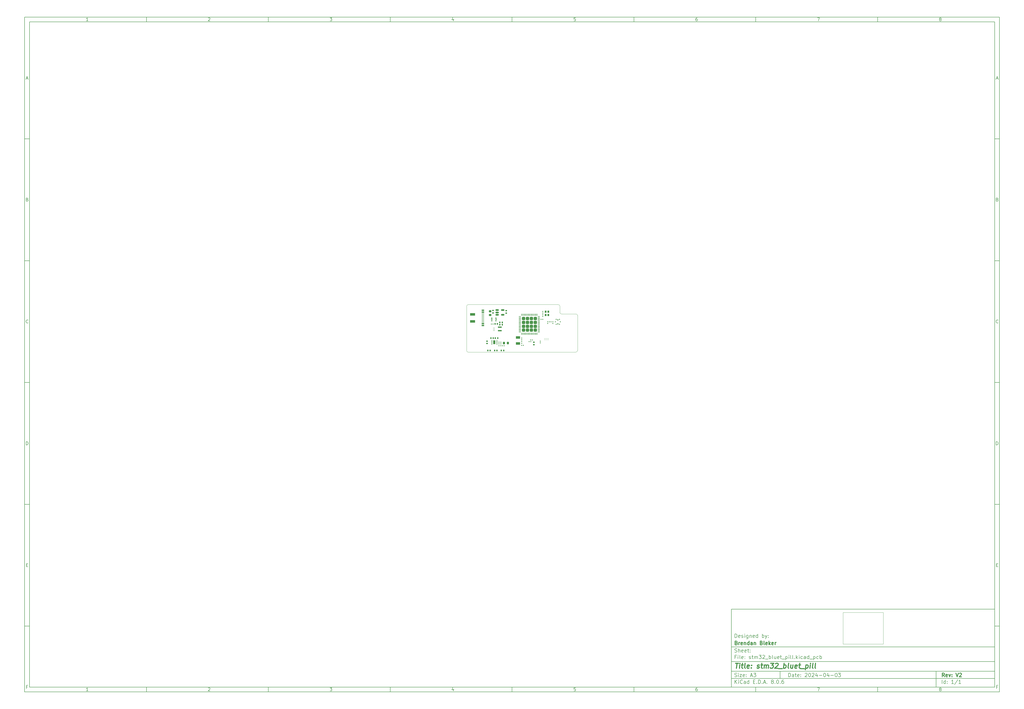
<source format=gbr>
%TF.GenerationSoftware,KiCad,Pcbnew,8.0.6-8.0.6-0~ubuntu24.04.1*%
%TF.CreationDate,2024-12-02T20:40:39-08:00*%
%TF.ProjectId,stm32_bluet_pill,73746d33-325f-4626-9c75-65745f70696c,V2*%
%TF.SameCoordinates,Original*%
%TF.FileFunction,Paste,Top*%
%TF.FilePolarity,Positive*%
%FSLAX46Y46*%
G04 Gerber Fmt 4.6, Leading zero omitted, Abs format (unit mm)*
G04 Created by KiCad (PCBNEW 8.0.6-8.0.6-0~ubuntu24.04.1) date 2024-12-02 20:40:39*
%MOMM*%
%LPD*%
G01*
G04 APERTURE LIST*
G04 Aperture macros list*
%AMRoundRect*
0 Rectangle with rounded corners*
0 $1 Rounding radius*
0 $2 $3 $4 $5 $6 $7 $8 $9 X,Y pos of 4 corners*
0 Add a 4 corners polygon primitive as box body*
4,1,4,$2,$3,$4,$5,$6,$7,$8,$9,$2,$3,0*
0 Add four circle primitives for the rounded corners*
1,1,$1+$1,$2,$3*
1,1,$1+$1,$4,$5*
1,1,$1+$1,$6,$7*
1,1,$1+$1,$8,$9*
0 Add four rect primitives between the rounded corners*
20,1,$1+$1,$2,$3,$4,$5,0*
20,1,$1+$1,$4,$5,$6,$7,0*
20,1,$1+$1,$6,$7,$8,$9,0*
20,1,$1+$1,$8,$9,$2,$3,0*%
G04 Aperture macros list end*
%ADD10C,0.100000*%
%ADD11C,0.150000*%
%ADD12C,0.300000*%
%ADD13C,0.400000*%
%ADD14RoundRect,0.079500X0.079500X0.100500X-0.079500X0.100500X-0.079500X-0.100500X0.079500X-0.100500X0*%
%ADD15RoundRect,0.079500X-0.100500X0.079500X-0.100500X-0.079500X0.100500X-0.079500X0.100500X0.079500X0*%
%ADD16RoundRect,0.140000X-0.140000X-0.170000X0.140000X-0.170000X0.140000X0.170000X-0.140000X0.170000X0*%
%ADD17C,0.200000*%
%ADD18RoundRect,0.225000X0.225000X0.250000X-0.225000X0.250000X-0.225000X-0.250000X0.225000X-0.250000X0*%
%ADD19RoundRect,0.147500X0.147500X0.172500X-0.147500X0.172500X-0.147500X-0.172500X0.147500X-0.172500X0*%
%ADD20RoundRect,0.079500X-0.079500X-0.100500X0.079500X-0.100500X0.079500X0.100500X-0.079500X0.100500X0*%
%ADD21RoundRect,0.140000X0.140000X0.170000X-0.140000X0.170000X-0.140000X-0.170000X0.140000X-0.170000X0*%
%ADD22RoundRect,0.147500X-0.147500X-0.172500X0.147500X-0.172500X0.147500X0.172500X-0.147500X0.172500X0*%
%ADD23RoundRect,0.140000X-0.170000X0.140000X-0.170000X-0.140000X0.170000X-0.140000X0.170000X0.140000X0*%
%ADD24R,1.600000X0.550000*%
%ADD25RoundRect,0.135000X0.135000X0.185000X-0.135000X0.185000X-0.135000X-0.185000X0.135000X-0.185000X0*%
%ADD26RoundRect,0.079500X0.100500X-0.079500X0.100500X0.079500X-0.100500X0.079500X-0.100500X-0.079500X0*%
%ADD27R,2.000000X1.000000*%
%ADD28R,1.000000X0.520000*%
%ADD29R,1.000000X0.270000*%
%ADD30R,0.800000X0.900000*%
%ADD31R,0.300000X0.400000*%
%ADD32R,0.400000X0.400000*%
%ADD33R,0.500000X0.300000*%
%ADD34RoundRect,0.050000X0.200000X0.050000X-0.200000X0.050000X-0.200000X-0.050000X0.200000X-0.050000X0*%
%ADD35RoundRect,0.050000X-0.200000X-0.050000X0.200000X-0.050000X0.200000X0.050000X-0.200000X0.050000X0*%
%ADD36RoundRect,0.050000X-0.400000X-0.700000X0.400000X-0.700000X0.400000X0.700000X-0.400000X0.700000X0*%
%ADD37RoundRect,0.225000X-0.250000X0.225000X-0.250000X-0.225000X0.250000X-0.225000X0.250000X0.225000X0*%
%ADD38R,1.800000X1.000000*%
%ADD39RoundRect,0.093750X0.156250X0.093750X-0.156250X0.093750X-0.156250X-0.093750X0.156250X-0.093750X0*%
%ADD40RoundRect,0.075000X0.250000X0.075000X-0.250000X0.075000X-0.250000X-0.075000X0.250000X-0.075000X0*%
%ADD41RoundRect,0.135000X-0.185000X0.135000X-0.185000X-0.135000X0.185000X-0.135000X0.185000X0.135000X0*%
%ADD42RoundRect,0.150000X-0.512500X-0.150000X0.512500X-0.150000X0.512500X0.150000X-0.512500X0.150000X0*%
%ADD43RoundRect,0.249999X0.395001X-0.395001X0.395001X0.395001X-0.395001X0.395001X-0.395001X-0.395001X0*%
%ADD44RoundRect,0.062500X0.062500X-0.400000X0.062500X0.400000X-0.062500X0.400000X-0.062500X-0.400000X0*%
%ADD45RoundRect,0.062500X0.400000X-0.062500X0.400000X0.062500X-0.400000X0.062500X-0.400000X-0.062500X0*%
%TA.AperFunction,Profile*%
%ADD46C,0.100000*%
%TD*%
G04 APERTURE END LIST*
D10*
X345821001Y-254402167D02*
X345821001Y-267313833D01*
X362331000Y-267313833D01*
X362331000Y-254402167D01*
X345821001Y-254402167D01*
D11*
X299989000Y-253002200D02*
X407989000Y-253002200D01*
X407989000Y-285002200D01*
X299989000Y-285002200D01*
X299989000Y-253002200D01*
D10*
D11*
X10000000Y-10000000D02*
X409989000Y-10000000D01*
X409989000Y-287002200D01*
X10000000Y-287002200D01*
X10000000Y-10000000D01*
D10*
D11*
X12000000Y-12000000D02*
X407989000Y-12000000D01*
X407989000Y-285002200D01*
X12000000Y-285002200D01*
X12000000Y-12000000D01*
D10*
D11*
X60000000Y-12000000D02*
X60000000Y-10000000D01*
D10*
D11*
X110000000Y-12000000D02*
X110000000Y-10000000D01*
D10*
D11*
X160000000Y-12000000D02*
X160000000Y-10000000D01*
D10*
D11*
X210000000Y-12000000D02*
X210000000Y-10000000D01*
D10*
D11*
X260000000Y-12000000D02*
X260000000Y-10000000D01*
D10*
D11*
X310000000Y-12000000D02*
X310000000Y-10000000D01*
D10*
D11*
X360000000Y-12000000D02*
X360000000Y-10000000D01*
D10*
D11*
X36089160Y-11593604D02*
X35346303Y-11593604D01*
X35717731Y-11593604D02*
X35717731Y-10293604D01*
X35717731Y-10293604D02*
X35593922Y-10479319D01*
X35593922Y-10479319D02*
X35470112Y-10603128D01*
X35470112Y-10603128D02*
X35346303Y-10665033D01*
D10*
D11*
X85346303Y-10417414D02*
X85408207Y-10355509D01*
X85408207Y-10355509D02*
X85532017Y-10293604D01*
X85532017Y-10293604D02*
X85841541Y-10293604D01*
X85841541Y-10293604D02*
X85965350Y-10355509D01*
X85965350Y-10355509D02*
X86027255Y-10417414D01*
X86027255Y-10417414D02*
X86089160Y-10541223D01*
X86089160Y-10541223D02*
X86089160Y-10665033D01*
X86089160Y-10665033D02*
X86027255Y-10850747D01*
X86027255Y-10850747D02*
X85284398Y-11593604D01*
X85284398Y-11593604D02*
X86089160Y-11593604D01*
D10*
D11*
X135284398Y-10293604D02*
X136089160Y-10293604D01*
X136089160Y-10293604D02*
X135655826Y-10788842D01*
X135655826Y-10788842D02*
X135841541Y-10788842D01*
X135841541Y-10788842D02*
X135965350Y-10850747D01*
X135965350Y-10850747D02*
X136027255Y-10912652D01*
X136027255Y-10912652D02*
X136089160Y-11036461D01*
X136089160Y-11036461D02*
X136089160Y-11345985D01*
X136089160Y-11345985D02*
X136027255Y-11469795D01*
X136027255Y-11469795D02*
X135965350Y-11531700D01*
X135965350Y-11531700D02*
X135841541Y-11593604D01*
X135841541Y-11593604D02*
X135470112Y-11593604D01*
X135470112Y-11593604D02*
X135346303Y-11531700D01*
X135346303Y-11531700D02*
X135284398Y-11469795D01*
D10*
D11*
X185965350Y-10726938D02*
X185965350Y-11593604D01*
X185655826Y-10231700D02*
X185346303Y-11160271D01*
X185346303Y-11160271D02*
X186151064Y-11160271D01*
D10*
D11*
X236027255Y-10293604D02*
X235408207Y-10293604D01*
X235408207Y-10293604D02*
X235346303Y-10912652D01*
X235346303Y-10912652D02*
X235408207Y-10850747D01*
X235408207Y-10850747D02*
X235532017Y-10788842D01*
X235532017Y-10788842D02*
X235841541Y-10788842D01*
X235841541Y-10788842D02*
X235965350Y-10850747D01*
X235965350Y-10850747D02*
X236027255Y-10912652D01*
X236027255Y-10912652D02*
X236089160Y-11036461D01*
X236089160Y-11036461D02*
X236089160Y-11345985D01*
X236089160Y-11345985D02*
X236027255Y-11469795D01*
X236027255Y-11469795D02*
X235965350Y-11531700D01*
X235965350Y-11531700D02*
X235841541Y-11593604D01*
X235841541Y-11593604D02*
X235532017Y-11593604D01*
X235532017Y-11593604D02*
X235408207Y-11531700D01*
X235408207Y-11531700D02*
X235346303Y-11469795D01*
D10*
D11*
X285965350Y-10293604D02*
X285717731Y-10293604D01*
X285717731Y-10293604D02*
X285593922Y-10355509D01*
X285593922Y-10355509D02*
X285532017Y-10417414D01*
X285532017Y-10417414D02*
X285408207Y-10603128D01*
X285408207Y-10603128D02*
X285346303Y-10850747D01*
X285346303Y-10850747D02*
X285346303Y-11345985D01*
X285346303Y-11345985D02*
X285408207Y-11469795D01*
X285408207Y-11469795D02*
X285470112Y-11531700D01*
X285470112Y-11531700D02*
X285593922Y-11593604D01*
X285593922Y-11593604D02*
X285841541Y-11593604D01*
X285841541Y-11593604D02*
X285965350Y-11531700D01*
X285965350Y-11531700D02*
X286027255Y-11469795D01*
X286027255Y-11469795D02*
X286089160Y-11345985D01*
X286089160Y-11345985D02*
X286089160Y-11036461D01*
X286089160Y-11036461D02*
X286027255Y-10912652D01*
X286027255Y-10912652D02*
X285965350Y-10850747D01*
X285965350Y-10850747D02*
X285841541Y-10788842D01*
X285841541Y-10788842D02*
X285593922Y-10788842D01*
X285593922Y-10788842D02*
X285470112Y-10850747D01*
X285470112Y-10850747D02*
X285408207Y-10912652D01*
X285408207Y-10912652D02*
X285346303Y-11036461D01*
D10*
D11*
X335284398Y-10293604D02*
X336151064Y-10293604D01*
X336151064Y-10293604D02*
X335593922Y-11593604D01*
D10*
D11*
X385593922Y-10850747D02*
X385470112Y-10788842D01*
X385470112Y-10788842D02*
X385408207Y-10726938D01*
X385408207Y-10726938D02*
X385346303Y-10603128D01*
X385346303Y-10603128D02*
X385346303Y-10541223D01*
X385346303Y-10541223D02*
X385408207Y-10417414D01*
X385408207Y-10417414D02*
X385470112Y-10355509D01*
X385470112Y-10355509D02*
X385593922Y-10293604D01*
X385593922Y-10293604D02*
X385841541Y-10293604D01*
X385841541Y-10293604D02*
X385965350Y-10355509D01*
X385965350Y-10355509D02*
X386027255Y-10417414D01*
X386027255Y-10417414D02*
X386089160Y-10541223D01*
X386089160Y-10541223D02*
X386089160Y-10603128D01*
X386089160Y-10603128D02*
X386027255Y-10726938D01*
X386027255Y-10726938D02*
X385965350Y-10788842D01*
X385965350Y-10788842D02*
X385841541Y-10850747D01*
X385841541Y-10850747D02*
X385593922Y-10850747D01*
X385593922Y-10850747D02*
X385470112Y-10912652D01*
X385470112Y-10912652D02*
X385408207Y-10974557D01*
X385408207Y-10974557D02*
X385346303Y-11098366D01*
X385346303Y-11098366D02*
X385346303Y-11345985D01*
X385346303Y-11345985D02*
X385408207Y-11469795D01*
X385408207Y-11469795D02*
X385470112Y-11531700D01*
X385470112Y-11531700D02*
X385593922Y-11593604D01*
X385593922Y-11593604D02*
X385841541Y-11593604D01*
X385841541Y-11593604D02*
X385965350Y-11531700D01*
X385965350Y-11531700D02*
X386027255Y-11469795D01*
X386027255Y-11469795D02*
X386089160Y-11345985D01*
X386089160Y-11345985D02*
X386089160Y-11098366D01*
X386089160Y-11098366D02*
X386027255Y-10974557D01*
X386027255Y-10974557D02*
X385965350Y-10912652D01*
X385965350Y-10912652D02*
X385841541Y-10850747D01*
D10*
D11*
X60000000Y-285002200D02*
X60000000Y-287002200D01*
D10*
D11*
X110000000Y-285002200D02*
X110000000Y-287002200D01*
D10*
D11*
X160000000Y-285002200D02*
X160000000Y-287002200D01*
D10*
D11*
X210000000Y-285002200D02*
X210000000Y-287002200D01*
D10*
D11*
X260000000Y-285002200D02*
X260000000Y-287002200D01*
D10*
D11*
X310000000Y-285002200D02*
X310000000Y-287002200D01*
D10*
D11*
X360000000Y-285002200D02*
X360000000Y-287002200D01*
D10*
D11*
X36089160Y-286595804D02*
X35346303Y-286595804D01*
X35717731Y-286595804D02*
X35717731Y-285295804D01*
X35717731Y-285295804D02*
X35593922Y-285481519D01*
X35593922Y-285481519D02*
X35470112Y-285605328D01*
X35470112Y-285605328D02*
X35346303Y-285667233D01*
D10*
D11*
X85346303Y-285419614D02*
X85408207Y-285357709D01*
X85408207Y-285357709D02*
X85532017Y-285295804D01*
X85532017Y-285295804D02*
X85841541Y-285295804D01*
X85841541Y-285295804D02*
X85965350Y-285357709D01*
X85965350Y-285357709D02*
X86027255Y-285419614D01*
X86027255Y-285419614D02*
X86089160Y-285543423D01*
X86089160Y-285543423D02*
X86089160Y-285667233D01*
X86089160Y-285667233D02*
X86027255Y-285852947D01*
X86027255Y-285852947D02*
X85284398Y-286595804D01*
X85284398Y-286595804D02*
X86089160Y-286595804D01*
D10*
D11*
X135284398Y-285295804D02*
X136089160Y-285295804D01*
X136089160Y-285295804D02*
X135655826Y-285791042D01*
X135655826Y-285791042D02*
X135841541Y-285791042D01*
X135841541Y-285791042D02*
X135965350Y-285852947D01*
X135965350Y-285852947D02*
X136027255Y-285914852D01*
X136027255Y-285914852D02*
X136089160Y-286038661D01*
X136089160Y-286038661D02*
X136089160Y-286348185D01*
X136089160Y-286348185D02*
X136027255Y-286471995D01*
X136027255Y-286471995D02*
X135965350Y-286533900D01*
X135965350Y-286533900D02*
X135841541Y-286595804D01*
X135841541Y-286595804D02*
X135470112Y-286595804D01*
X135470112Y-286595804D02*
X135346303Y-286533900D01*
X135346303Y-286533900D02*
X135284398Y-286471995D01*
D10*
D11*
X185965350Y-285729138D02*
X185965350Y-286595804D01*
X185655826Y-285233900D02*
X185346303Y-286162471D01*
X185346303Y-286162471D02*
X186151064Y-286162471D01*
D10*
D11*
X236027255Y-285295804D02*
X235408207Y-285295804D01*
X235408207Y-285295804D02*
X235346303Y-285914852D01*
X235346303Y-285914852D02*
X235408207Y-285852947D01*
X235408207Y-285852947D02*
X235532017Y-285791042D01*
X235532017Y-285791042D02*
X235841541Y-285791042D01*
X235841541Y-285791042D02*
X235965350Y-285852947D01*
X235965350Y-285852947D02*
X236027255Y-285914852D01*
X236027255Y-285914852D02*
X236089160Y-286038661D01*
X236089160Y-286038661D02*
X236089160Y-286348185D01*
X236089160Y-286348185D02*
X236027255Y-286471995D01*
X236027255Y-286471995D02*
X235965350Y-286533900D01*
X235965350Y-286533900D02*
X235841541Y-286595804D01*
X235841541Y-286595804D02*
X235532017Y-286595804D01*
X235532017Y-286595804D02*
X235408207Y-286533900D01*
X235408207Y-286533900D02*
X235346303Y-286471995D01*
D10*
D11*
X285965350Y-285295804D02*
X285717731Y-285295804D01*
X285717731Y-285295804D02*
X285593922Y-285357709D01*
X285593922Y-285357709D02*
X285532017Y-285419614D01*
X285532017Y-285419614D02*
X285408207Y-285605328D01*
X285408207Y-285605328D02*
X285346303Y-285852947D01*
X285346303Y-285852947D02*
X285346303Y-286348185D01*
X285346303Y-286348185D02*
X285408207Y-286471995D01*
X285408207Y-286471995D02*
X285470112Y-286533900D01*
X285470112Y-286533900D02*
X285593922Y-286595804D01*
X285593922Y-286595804D02*
X285841541Y-286595804D01*
X285841541Y-286595804D02*
X285965350Y-286533900D01*
X285965350Y-286533900D02*
X286027255Y-286471995D01*
X286027255Y-286471995D02*
X286089160Y-286348185D01*
X286089160Y-286348185D02*
X286089160Y-286038661D01*
X286089160Y-286038661D02*
X286027255Y-285914852D01*
X286027255Y-285914852D02*
X285965350Y-285852947D01*
X285965350Y-285852947D02*
X285841541Y-285791042D01*
X285841541Y-285791042D02*
X285593922Y-285791042D01*
X285593922Y-285791042D02*
X285470112Y-285852947D01*
X285470112Y-285852947D02*
X285408207Y-285914852D01*
X285408207Y-285914852D02*
X285346303Y-286038661D01*
D10*
D11*
X335284398Y-285295804D02*
X336151064Y-285295804D01*
X336151064Y-285295804D02*
X335593922Y-286595804D01*
D10*
D11*
X385593922Y-285852947D02*
X385470112Y-285791042D01*
X385470112Y-285791042D02*
X385408207Y-285729138D01*
X385408207Y-285729138D02*
X385346303Y-285605328D01*
X385346303Y-285605328D02*
X385346303Y-285543423D01*
X385346303Y-285543423D02*
X385408207Y-285419614D01*
X385408207Y-285419614D02*
X385470112Y-285357709D01*
X385470112Y-285357709D02*
X385593922Y-285295804D01*
X385593922Y-285295804D02*
X385841541Y-285295804D01*
X385841541Y-285295804D02*
X385965350Y-285357709D01*
X385965350Y-285357709D02*
X386027255Y-285419614D01*
X386027255Y-285419614D02*
X386089160Y-285543423D01*
X386089160Y-285543423D02*
X386089160Y-285605328D01*
X386089160Y-285605328D02*
X386027255Y-285729138D01*
X386027255Y-285729138D02*
X385965350Y-285791042D01*
X385965350Y-285791042D02*
X385841541Y-285852947D01*
X385841541Y-285852947D02*
X385593922Y-285852947D01*
X385593922Y-285852947D02*
X385470112Y-285914852D01*
X385470112Y-285914852D02*
X385408207Y-285976757D01*
X385408207Y-285976757D02*
X385346303Y-286100566D01*
X385346303Y-286100566D02*
X385346303Y-286348185D01*
X385346303Y-286348185D02*
X385408207Y-286471995D01*
X385408207Y-286471995D02*
X385470112Y-286533900D01*
X385470112Y-286533900D02*
X385593922Y-286595804D01*
X385593922Y-286595804D02*
X385841541Y-286595804D01*
X385841541Y-286595804D02*
X385965350Y-286533900D01*
X385965350Y-286533900D02*
X386027255Y-286471995D01*
X386027255Y-286471995D02*
X386089160Y-286348185D01*
X386089160Y-286348185D02*
X386089160Y-286100566D01*
X386089160Y-286100566D02*
X386027255Y-285976757D01*
X386027255Y-285976757D02*
X385965350Y-285914852D01*
X385965350Y-285914852D02*
X385841541Y-285852947D01*
D10*
D11*
X10000000Y-60000000D02*
X12000000Y-60000000D01*
D10*
D11*
X10000000Y-110000000D02*
X12000000Y-110000000D01*
D10*
D11*
X10000000Y-160000000D02*
X12000000Y-160000000D01*
D10*
D11*
X10000000Y-210000000D02*
X12000000Y-210000000D01*
D10*
D11*
X10000000Y-260000000D02*
X12000000Y-260000000D01*
D10*
D11*
X10690476Y-35222176D02*
X11309523Y-35222176D01*
X10566666Y-35593604D02*
X10999999Y-34293604D01*
X10999999Y-34293604D02*
X11433333Y-35593604D01*
D10*
D11*
X11092857Y-84912652D02*
X11278571Y-84974557D01*
X11278571Y-84974557D02*
X11340476Y-85036461D01*
X11340476Y-85036461D02*
X11402380Y-85160271D01*
X11402380Y-85160271D02*
X11402380Y-85345985D01*
X11402380Y-85345985D02*
X11340476Y-85469795D01*
X11340476Y-85469795D02*
X11278571Y-85531700D01*
X11278571Y-85531700D02*
X11154761Y-85593604D01*
X11154761Y-85593604D02*
X10659523Y-85593604D01*
X10659523Y-85593604D02*
X10659523Y-84293604D01*
X10659523Y-84293604D02*
X11092857Y-84293604D01*
X11092857Y-84293604D02*
X11216666Y-84355509D01*
X11216666Y-84355509D02*
X11278571Y-84417414D01*
X11278571Y-84417414D02*
X11340476Y-84541223D01*
X11340476Y-84541223D02*
X11340476Y-84665033D01*
X11340476Y-84665033D02*
X11278571Y-84788842D01*
X11278571Y-84788842D02*
X11216666Y-84850747D01*
X11216666Y-84850747D02*
X11092857Y-84912652D01*
X11092857Y-84912652D02*
X10659523Y-84912652D01*
D10*
D11*
X11402380Y-135469795D02*
X11340476Y-135531700D01*
X11340476Y-135531700D02*
X11154761Y-135593604D01*
X11154761Y-135593604D02*
X11030952Y-135593604D01*
X11030952Y-135593604D02*
X10845238Y-135531700D01*
X10845238Y-135531700D02*
X10721428Y-135407890D01*
X10721428Y-135407890D02*
X10659523Y-135284080D01*
X10659523Y-135284080D02*
X10597619Y-135036461D01*
X10597619Y-135036461D02*
X10597619Y-134850747D01*
X10597619Y-134850747D02*
X10659523Y-134603128D01*
X10659523Y-134603128D02*
X10721428Y-134479319D01*
X10721428Y-134479319D02*
X10845238Y-134355509D01*
X10845238Y-134355509D02*
X11030952Y-134293604D01*
X11030952Y-134293604D02*
X11154761Y-134293604D01*
X11154761Y-134293604D02*
X11340476Y-134355509D01*
X11340476Y-134355509D02*
X11402380Y-134417414D01*
D10*
D11*
X10659523Y-185593604D02*
X10659523Y-184293604D01*
X10659523Y-184293604D02*
X10969047Y-184293604D01*
X10969047Y-184293604D02*
X11154761Y-184355509D01*
X11154761Y-184355509D02*
X11278571Y-184479319D01*
X11278571Y-184479319D02*
X11340476Y-184603128D01*
X11340476Y-184603128D02*
X11402380Y-184850747D01*
X11402380Y-184850747D02*
X11402380Y-185036461D01*
X11402380Y-185036461D02*
X11340476Y-185284080D01*
X11340476Y-185284080D02*
X11278571Y-185407890D01*
X11278571Y-185407890D02*
X11154761Y-185531700D01*
X11154761Y-185531700D02*
X10969047Y-185593604D01*
X10969047Y-185593604D02*
X10659523Y-185593604D01*
D10*
D11*
X10721428Y-234912652D02*
X11154762Y-234912652D01*
X11340476Y-235593604D02*
X10721428Y-235593604D01*
X10721428Y-235593604D02*
X10721428Y-234293604D01*
X10721428Y-234293604D02*
X11340476Y-234293604D01*
D10*
D11*
X11185714Y-284912652D02*
X10752380Y-284912652D01*
X10752380Y-285593604D02*
X10752380Y-284293604D01*
X10752380Y-284293604D02*
X11371428Y-284293604D01*
D10*
D11*
X409989000Y-60000000D02*
X407989000Y-60000000D01*
D10*
D11*
X409989000Y-110000000D02*
X407989000Y-110000000D01*
D10*
D11*
X409989000Y-160000000D02*
X407989000Y-160000000D01*
D10*
D11*
X409989000Y-210000000D02*
X407989000Y-210000000D01*
D10*
D11*
X409989000Y-260000000D02*
X407989000Y-260000000D01*
D10*
D11*
X408679476Y-35222176D02*
X409298523Y-35222176D01*
X408555666Y-35593604D02*
X408988999Y-34293604D01*
X408988999Y-34293604D02*
X409422333Y-35593604D01*
D10*
D11*
X409081857Y-84912652D02*
X409267571Y-84974557D01*
X409267571Y-84974557D02*
X409329476Y-85036461D01*
X409329476Y-85036461D02*
X409391380Y-85160271D01*
X409391380Y-85160271D02*
X409391380Y-85345985D01*
X409391380Y-85345985D02*
X409329476Y-85469795D01*
X409329476Y-85469795D02*
X409267571Y-85531700D01*
X409267571Y-85531700D02*
X409143761Y-85593604D01*
X409143761Y-85593604D02*
X408648523Y-85593604D01*
X408648523Y-85593604D02*
X408648523Y-84293604D01*
X408648523Y-84293604D02*
X409081857Y-84293604D01*
X409081857Y-84293604D02*
X409205666Y-84355509D01*
X409205666Y-84355509D02*
X409267571Y-84417414D01*
X409267571Y-84417414D02*
X409329476Y-84541223D01*
X409329476Y-84541223D02*
X409329476Y-84665033D01*
X409329476Y-84665033D02*
X409267571Y-84788842D01*
X409267571Y-84788842D02*
X409205666Y-84850747D01*
X409205666Y-84850747D02*
X409081857Y-84912652D01*
X409081857Y-84912652D02*
X408648523Y-84912652D01*
D10*
D11*
X409391380Y-135469795D02*
X409329476Y-135531700D01*
X409329476Y-135531700D02*
X409143761Y-135593604D01*
X409143761Y-135593604D02*
X409019952Y-135593604D01*
X409019952Y-135593604D02*
X408834238Y-135531700D01*
X408834238Y-135531700D02*
X408710428Y-135407890D01*
X408710428Y-135407890D02*
X408648523Y-135284080D01*
X408648523Y-135284080D02*
X408586619Y-135036461D01*
X408586619Y-135036461D02*
X408586619Y-134850747D01*
X408586619Y-134850747D02*
X408648523Y-134603128D01*
X408648523Y-134603128D02*
X408710428Y-134479319D01*
X408710428Y-134479319D02*
X408834238Y-134355509D01*
X408834238Y-134355509D02*
X409019952Y-134293604D01*
X409019952Y-134293604D02*
X409143761Y-134293604D01*
X409143761Y-134293604D02*
X409329476Y-134355509D01*
X409329476Y-134355509D02*
X409391380Y-134417414D01*
D10*
D11*
X408648523Y-185593604D02*
X408648523Y-184293604D01*
X408648523Y-184293604D02*
X408958047Y-184293604D01*
X408958047Y-184293604D02*
X409143761Y-184355509D01*
X409143761Y-184355509D02*
X409267571Y-184479319D01*
X409267571Y-184479319D02*
X409329476Y-184603128D01*
X409329476Y-184603128D02*
X409391380Y-184850747D01*
X409391380Y-184850747D02*
X409391380Y-185036461D01*
X409391380Y-185036461D02*
X409329476Y-185284080D01*
X409329476Y-185284080D02*
X409267571Y-185407890D01*
X409267571Y-185407890D02*
X409143761Y-185531700D01*
X409143761Y-185531700D02*
X408958047Y-185593604D01*
X408958047Y-185593604D02*
X408648523Y-185593604D01*
D10*
D11*
X408710428Y-234912652D02*
X409143762Y-234912652D01*
X409329476Y-235593604D02*
X408710428Y-235593604D01*
X408710428Y-235593604D02*
X408710428Y-234293604D01*
X408710428Y-234293604D02*
X409329476Y-234293604D01*
D10*
D11*
X409174714Y-284912652D02*
X408741380Y-284912652D01*
X408741380Y-285593604D02*
X408741380Y-284293604D01*
X408741380Y-284293604D02*
X409360428Y-284293604D01*
D10*
D11*
X323444826Y-280788328D02*
X323444826Y-279288328D01*
X323444826Y-279288328D02*
X323801969Y-279288328D01*
X323801969Y-279288328D02*
X324016255Y-279359757D01*
X324016255Y-279359757D02*
X324159112Y-279502614D01*
X324159112Y-279502614D02*
X324230541Y-279645471D01*
X324230541Y-279645471D02*
X324301969Y-279931185D01*
X324301969Y-279931185D02*
X324301969Y-280145471D01*
X324301969Y-280145471D02*
X324230541Y-280431185D01*
X324230541Y-280431185D02*
X324159112Y-280574042D01*
X324159112Y-280574042D02*
X324016255Y-280716900D01*
X324016255Y-280716900D02*
X323801969Y-280788328D01*
X323801969Y-280788328D02*
X323444826Y-280788328D01*
X325587684Y-280788328D02*
X325587684Y-280002614D01*
X325587684Y-280002614D02*
X325516255Y-279859757D01*
X325516255Y-279859757D02*
X325373398Y-279788328D01*
X325373398Y-279788328D02*
X325087684Y-279788328D01*
X325087684Y-279788328D02*
X324944826Y-279859757D01*
X325587684Y-280716900D02*
X325444826Y-280788328D01*
X325444826Y-280788328D02*
X325087684Y-280788328D01*
X325087684Y-280788328D02*
X324944826Y-280716900D01*
X324944826Y-280716900D02*
X324873398Y-280574042D01*
X324873398Y-280574042D02*
X324873398Y-280431185D01*
X324873398Y-280431185D02*
X324944826Y-280288328D01*
X324944826Y-280288328D02*
X325087684Y-280216900D01*
X325087684Y-280216900D02*
X325444826Y-280216900D01*
X325444826Y-280216900D02*
X325587684Y-280145471D01*
X326087684Y-279788328D02*
X326659112Y-279788328D01*
X326301969Y-279288328D02*
X326301969Y-280574042D01*
X326301969Y-280574042D02*
X326373398Y-280716900D01*
X326373398Y-280716900D02*
X326516255Y-280788328D01*
X326516255Y-280788328D02*
X326659112Y-280788328D01*
X327730541Y-280716900D02*
X327587684Y-280788328D01*
X327587684Y-280788328D02*
X327301970Y-280788328D01*
X327301970Y-280788328D02*
X327159112Y-280716900D01*
X327159112Y-280716900D02*
X327087684Y-280574042D01*
X327087684Y-280574042D02*
X327087684Y-280002614D01*
X327087684Y-280002614D02*
X327159112Y-279859757D01*
X327159112Y-279859757D02*
X327301970Y-279788328D01*
X327301970Y-279788328D02*
X327587684Y-279788328D01*
X327587684Y-279788328D02*
X327730541Y-279859757D01*
X327730541Y-279859757D02*
X327801970Y-280002614D01*
X327801970Y-280002614D02*
X327801970Y-280145471D01*
X327801970Y-280145471D02*
X327087684Y-280288328D01*
X328444826Y-280645471D02*
X328516255Y-280716900D01*
X328516255Y-280716900D02*
X328444826Y-280788328D01*
X328444826Y-280788328D02*
X328373398Y-280716900D01*
X328373398Y-280716900D02*
X328444826Y-280645471D01*
X328444826Y-280645471D02*
X328444826Y-280788328D01*
X328444826Y-279859757D02*
X328516255Y-279931185D01*
X328516255Y-279931185D02*
X328444826Y-280002614D01*
X328444826Y-280002614D02*
X328373398Y-279931185D01*
X328373398Y-279931185D02*
X328444826Y-279859757D01*
X328444826Y-279859757D02*
X328444826Y-280002614D01*
X330230541Y-279431185D02*
X330301969Y-279359757D01*
X330301969Y-279359757D02*
X330444827Y-279288328D01*
X330444827Y-279288328D02*
X330801969Y-279288328D01*
X330801969Y-279288328D02*
X330944827Y-279359757D01*
X330944827Y-279359757D02*
X331016255Y-279431185D01*
X331016255Y-279431185D02*
X331087684Y-279574042D01*
X331087684Y-279574042D02*
X331087684Y-279716900D01*
X331087684Y-279716900D02*
X331016255Y-279931185D01*
X331016255Y-279931185D02*
X330159112Y-280788328D01*
X330159112Y-280788328D02*
X331087684Y-280788328D01*
X332016255Y-279288328D02*
X332159112Y-279288328D01*
X332159112Y-279288328D02*
X332301969Y-279359757D01*
X332301969Y-279359757D02*
X332373398Y-279431185D01*
X332373398Y-279431185D02*
X332444826Y-279574042D01*
X332444826Y-279574042D02*
X332516255Y-279859757D01*
X332516255Y-279859757D02*
X332516255Y-280216900D01*
X332516255Y-280216900D02*
X332444826Y-280502614D01*
X332444826Y-280502614D02*
X332373398Y-280645471D01*
X332373398Y-280645471D02*
X332301969Y-280716900D01*
X332301969Y-280716900D02*
X332159112Y-280788328D01*
X332159112Y-280788328D02*
X332016255Y-280788328D01*
X332016255Y-280788328D02*
X331873398Y-280716900D01*
X331873398Y-280716900D02*
X331801969Y-280645471D01*
X331801969Y-280645471D02*
X331730540Y-280502614D01*
X331730540Y-280502614D02*
X331659112Y-280216900D01*
X331659112Y-280216900D02*
X331659112Y-279859757D01*
X331659112Y-279859757D02*
X331730540Y-279574042D01*
X331730540Y-279574042D02*
X331801969Y-279431185D01*
X331801969Y-279431185D02*
X331873398Y-279359757D01*
X331873398Y-279359757D02*
X332016255Y-279288328D01*
X333087683Y-279431185D02*
X333159111Y-279359757D01*
X333159111Y-279359757D02*
X333301969Y-279288328D01*
X333301969Y-279288328D02*
X333659111Y-279288328D01*
X333659111Y-279288328D02*
X333801969Y-279359757D01*
X333801969Y-279359757D02*
X333873397Y-279431185D01*
X333873397Y-279431185D02*
X333944826Y-279574042D01*
X333944826Y-279574042D02*
X333944826Y-279716900D01*
X333944826Y-279716900D02*
X333873397Y-279931185D01*
X333873397Y-279931185D02*
X333016254Y-280788328D01*
X333016254Y-280788328D02*
X333944826Y-280788328D01*
X335230540Y-279788328D02*
X335230540Y-280788328D01*
X334873397Y-279216900D02*
X334516254Y-280288328D01*
X334516254Y-280288328D02*
X335444825Y-280288328D01*
X336016253Y-280216900D02*
X337159111Y-280216900D01*
X338159111Y-279288328D02*
X338301968Y-279288328D01*
X338301968Y-279288328D02*
X338444825Y-279359757D01*
X338444825Y-279359757D02*
X338516254Y-279431185D01*
X338516254Y-279431185D02*
X338587682Y-279574042D01*
X338587682Y-279574042D02*
X338659111Y-279859757D01*
X338659111Y-279859757D02*
X338659111Y-280216900D01*
X338659111Y-280216900D02*
X338587682Y-280502614D01*
X338587682Y-280502614D02*
X338516254Y-280645471D01*
X338516254Y-280645471D02*
X338444825Y-280716900D01*
X338444825Y-280716900D02*
X338301968Y-280788328D01*
X338301968Y-280788328D02*
X338159111Y-280788328D01*
X338159111Y-280788328D02*
X338016254Y-280716900D01*
X338016254Y-280716900D02*
X337944825Y-280645471D01*
X337944825Y-280645471D02*
X337873396Y-280502614D01*
X337873396Y-280502614D02*
X337801968Y-280216900D01*
X337801968Y-280216900D02*
X337801968Y-279859757D01*
X337801968Y-279859757D02*
X337873396Y-279574042D01*
X337873396Y-279574042D02*
X337944825Y-279431185D01*
X337944825Y-279431185D02*
X338016254Y-279359757D01*
X338016254Y-279359757D02*
X338159111Y-279288328D01*
X339944825Y-279788328D02*
X339944825Y-280788328D01*
X339587682Y-279216900D02*
X339230539Y-280288328D01*
X339230539Y-280288328D02*
X340159110Y-280288328D01*
X340730538Y-280216900D02*
X341873396Y-280216900D01*
X342873396Y-279288328D02*
X343016253Y-279288328D01*
X343016253Y-279288328D02*
X343159110Y-279359757D01*
X343159110Y-279359757D02*
X343230539Y-279431185D01*
X343230539Y-279431185D02*
X343301967Y-279574042D01*
X343301967Y-279574042D02*
X343373396Y-279859757D01*
X343373396Y-279859757D02*
X343373396Y-280216900D01*
X343373396Y-280216900D02*
X343301967Y-280502614D01*
X343301967Y-280502614D02*
X343230539Y-280645471D01*
X343230539Y-280645471D02*
X343159110Y-280716900D01*
X343159110Y-280716900D02*
X343016253Y-280788328D01*
X343016253Y-280788328D02*
X342873396Y-280788328D01*
X342873396Y-280788328D02*
X342730539Y-280716900D01*
X342730539Y-280716900D02*
X342659110Y-280645471D01*
X342659110Y-280645471D02*
X342587681Y-280502614D01*
X342587681Y-280502614D02*
X342516253Y-280216900D01*
X342516253Y-280216900D02*
X342516253Y-279859757D01*
X342516253Y-279859757D02*
X342587681Y-279574042D01*
X342587681Y-279574042D02*
X342659110Y-279431185D01*
X342659110Y-279431185D02*
X342730539Y-279359757D01*
X342730539Y-279359757D02*
X342873396Y-279288328D01*
X343873395Y-279288328D02*
X344801967Y-279288328D01*
X344801967Y-279288328D02*
X344301967Y-279859757D01*
X344301967Y-279859757D02*
X344516252Y-279859757D01*
X344516252Y-279859757D02*
X344659110Y-279931185D01*
X344659110Y-279931185D02*
X344730538Y-280002614D01*
X344730538Y-280002614D02*
X344801967Y-280145471D01*
X344801967Y-280145471D02*
X344801967Y-280502614D01*
X344801967Y-280502614D02*
X344730538Y-280645471D01*
X344730538Y-280645471D02*
X344659110Y-280716900D01*
X344659110Y-280716900D02*
X344516252Y-280788328D01*
X344516252Y-280788328D02*
X344087681Y-280788328D01*
X344087681Y-280788328D02*
X343944824Y-280716900D01*
X343944824Y-280716900D02*
X343873395Y-280645471D01*
D10*
D11*
X299989000Y-281502200D02*
X407989000Y-281502200D01*
D10*
D11*
X301444826Y-283588328D02*
X301444826Y-282088328D01*
X302301969Y-283588328D02*
X301659112Y-282731185D01*
X302301969Y-282088328D02*
X301444826Y-282945471D01*
X302944826Y-283588328D02*
X302944826Y-282588328D01*
X302944826Y-282088328D02*
X302873398Y-282159757D01*
X302873398Y-282159757D02*
X302944826Y-282231185D01*
X302944826Y-282231185D02*
X303016255Y-282159757D01*
X303016255Y-282159757D02*
X302944826Y-282088328D01*
X302944826Y-282088328D02*
X302944826Y-282231185D01*
X304516255Y-283445471D02*
X304444827Y-283516900D01*
X304444827Y-283516900D02*
X304230541Y-283588328D01*
X304230541Y-283588328D02*
X304087684Y-283588328D01*
X304087684Y-283588328D02*
X303873398Y-283516900D01*
X303873398Y-283516900D02*
X303730541Y-283374042D01*
X303730541Y-283374042D02*
X303659112Y-283231185D01*
X303659112Y-283231185D02*
X303587684Y-282945471D01*
X303587684Y-282945471D02*
X303587684Y-282731185D01*
X303587684Y-282731185D02*
X303659112Y-282445471D01*
X303659112Y-282445471D02*
X303730541Y-282302614D01*
X303730541Y-282302614D02*
X303873398Y-282159757D01*
X303873398Y-282159757D02*
X304087684Y-282088328D01*
X304087684Y-282088328D02*
X304230541Y-282088328D01*
X304230541Y-282088328D02*
X304444827Y-282159757D01*
X304444827Y-282159757D02*
X304516255Y-282231185D01*
X305801970Y-283588328D02*
X305801970Y-282802614D01*
X305801970Y-282802614D02*
X305730541Y-282659757D01*
X305730541Y-282659757D02*
X305587684Y-282588328D01*
X305587684Y-282588328D02*
X305301970Y-282588328D01*
X305301970Y-282588328D02*
X305159112Y-282659757D01*
X305801970Y-283516900D02*
X305659112Y-283588328D01*
X305659112Y-283588328D02*
X305301970Y-283588328D01*
X305301970Y-283588328D02*
X305159112Y-283516900D01*
X305159112Y-283516900D02*
X305087684Y-283374042D01*
X305087684Y-283374042D02*
X305087684Y-283231185D01*
X305087684Y-283231185D02*
X305159112Y-283088328D01*
X305159112Y-283088328D02*
X305301970Y-283016900D01*
X305301970Y-283016900D02*
X305659112Y-283016900D01*
X305659112Y-283016900D02*
X305801970Y-282945471D01*
X307159113Y-283588328D02*
X307159113Y-282088328D01*
X307159113Y-283516900D02*
X307016255Y-283588328D01*
X307016255Y-283588328D02*
X306730541Y-283588328D01*
X306730541Y-283588328D02*
X306587684Y-283516900D01*
X306587684Y-283516900D02*
X306516255Y-283445471D01*
X306516255Y-283445471D02*
X306444827Y-283302614D01*
X306444827Y-283302614D02*
X306444827Y-282874042D01*
X306444827Y-282874042D02*
X306516255Y-282731185D01*
X306516255Y-282731185D02*
X306587684Y-282659757D01*
X306587684Y-282659757D02*
X306730541Y-282588328D01*
X306730541Y-282588328D02*
X307016255Y-282588328D01*
X307016255Y-282588328D02*
X307159113Y-282659757D01*
X309016255Y-282802614D02*
X309516255Y-282802614D01*
X309730541Y-283588328D02*
X309016255Y-283588328D01*
X309016255Y-283588328D02*
X309016255Y-282088328D01*
X309016255Y-282088328D02*
X309730541Y-282088328D01*
X310373398Y-283445471D02*
X310444827Y-283516900D01*
X310444827Y-283516900D02*
X310373398Y-283588328D01*
X310373398Y-283588328D02*
X310301970Y-283516900D01*
X310301970Y-283516900D02*
X310373398Y-283445471D01*
X310373398Y-283445471D02*
X310373398Y-283588328D01*
X311087684Y-283588328D02*
X311087684Y-282088328D01*
X311087684Y-282088328D02*
X311444827Y-282088328D01*
X311444827Y-282088328D02*
X311659113Y-282159757D01*
X311659113Y-282159757D02*
X311801970Y-282302614D01*
X311801970Y-282302614D02*
X311873399Y-282445471D01*
X311873399Y-282445471D02*
X311944827Y-282731185D01*
X311944827Y-282731185D02*
X311944827Y-282945471D01*
X311944827Y-282945471D02*
X311873399Y-283231185D01*
X311873399Y-283231185D02*
X311801970Y-283374042D01*
X311801970Y-283374042D02*
X311659113Y-283516900D01*
X311659113Y-283516900D02*
X311444827Y-283588328D01*
X311444827Y-283588328D02*
X311087684Y-283588328D01*
X312587684Y-283445471D02*
X312659113Y-283516900D01*
X312659113Y-283516900D02*
X312587684Y-283588328D01*
X312587684Y-283588328D02*
X312516256Y-283516900D01*
X312516256Y-283516900D02*
X312587684Y-283445471D01*
X312587684Y-283445471D02*
X312587684Y-283588328D01*
X313230542Y-283159757D02*
X313944828Y-283159757D01*
X313087685Y-283588328D02*
X313587685Y-282088328D01*
X313587685Y-282088328D02*
X314087685Y-283588328D01*
X314587684Y-283445471D02*
X314659113Y-283516900D01*
X314659113Y-283516900D02*
X314587684Y-283588328D01*
X314587684Y-283588328D02*
X314516256Y-283516900D01*
X314516256Y-283516900D02*
X314587684Y-283445471D01*
X314587684Y-283445471D02*
X314587684Y-283588328D01*
X316659113Y-282731185D02*
X316516256Y-282659757D01*
X316516256Y-282659757D02*
X316444827Y-282588328D01*
X316444827Y-282588328D02*
X316373399Y-282445471D01*
X316373399Y-282445471D02*
X316373399Y-282374042D01*
X316373399Y-282374042D02*
X316444827Y-282231185D01*
X316444827Y-282231185D02*
X316516256Y-282159757D01*
X316516256Y-282159757D02*
X316659113Y-282088328D01*
X316659113Y-282088328D02*
X316944827Y-282088328D01*
X316944827Y-282088328D02*
X317087685Y-282159757D01*
X317087685Y-282159757D02*
X317159113Y-282231185D01*
X317159113Y-282231185D02*
X317230542Y-282374042D01*
X317230542Y-282374042D02*
X317230542Y-282445471D01*
X317230542Y-282445471D02*
X317159113Y-282588328D01*
X317159113Y-282588328D02*
X317087685Y-282659757D01*
X317087685Y-282659757D02*
X316944827Y-282731185D01*
X316944827Y-282731185D02*
X316659113Y-282731185D01*
X316659113Y-282731185D02*
X316516256Y-282802614D01*
X316516256Y-282802614D02*
X316444827Y-282874042D01*
X316444827Y-282874042D02*
X316373399Y-283016900D01*
X316373399Y-283016900D02*
X316373399Y-283302614D01*
X316373399Y-283302614D02*
X316444827Y-283445471D01*
X316444827Y-283445471D02*
X316516256Y-283516900D01*
X316516256Y-283516900D02*
X316659113Y-283588328D01*
X316659113Y-283588328D02*
X316944827Y-283588328D01*
X316944827Y-283588328D02*
X317087685Y-283516900D01*
X317087685Y-283516900D02*
X317159113Y-283445471D01*
X317159113Y-283445471D02*
X317230542Y-283302614D01*
X317230542Y-283302614D02*
X317230542Y-283016900D01*
X317230542Y-283016900D02*
X317159113Y-282874042D01*
X317159113Y-282874042D02*
X317087685Y-282802614D01*
X317087685Y-282802614D02*
X316944827Y-282731185D01*
X317873398Y-283445471D02*
X317944827Y-283516900D01*
X317944827Y-283516900D02*
X317873398Y-283588328D01*
X317873398Y-283588328D02*
X317801970Y-283516900D01*
X317801970Y-283516900D02*
X317873398Y-283445471D01*
X317873398Y-283445471D02*
X317873398Y-283588328D01*
X318873399Y-282088328D02*
X319016256Y-282088328D01*
X319016256Y-282088328D02*
X319159113Y-282159757D01*
X319159113Y-282159757D02*
X319230542Y-282231185D01*
X319230542Y-282231185D02*
X319301970Y-282374042D01*
X319301970Y-282374042D02*
X319373399Y-282659757D01*
X319373399Y-282659757D02*
X319373399Y-283016900D01*
X319373399Y-283016900D02*
X319301970Y-283302614D01*
X319301970Y-283302614D02*
X319230542Y-283445471D01*
X319230542Y-283445471D02*
X319159113Y-283516900D01*
X319159113Y-283516900D02*
X319016256Y-283588328D01*
X319016256Y-283588328D02*
X318873399Y-283588328D01*
X318873399Y-283588328D02*
X318730542Y-283516900D01*
X318730542Y-283516900D02*
X318659113Y-283445471D01*
X318659113Y-283445471D02*
X318587684Y-283302614D01*
X318587684Y-283302614D02*
X318516256Y-283016900D01*
X318516256Y-283016900D02*
X318516256Y-282659757D01*
X318516256Y-282659757D02*
X318587684Y-282374042D01*
X318587684Y-282374042D02*
X318659113Y-282231185D01*
X318659113Y-282231185D02*
X318730542Y-282159757D01*
X318730542Y-282159757D02*
X318873399Y-282088328D01*
X320016255Y-283445471D02*
X320087684Y-283516900D01*
X320087684Y-283516900D02*
X320016255Y-283588328D01*
X320016255Y-283588328D02*
X319944827Y-283516900D01*
X319944827Y-283516900D02*
X320016255Y-283445471D01*
X320016255Y-283445471D02*
X320016255Y-283588328D01*
X321373399Y-282088328D02*
X321087684Y-282088328D01*
X321087684Y-282088328D02*
X320944827Y-282159757D01*
X320944827Y-282159757D02*
X320873399Y-282231185D01*
X320873399Y-282231185D02*
X320730541Y-282445471D01*
X320730541Y-282445471D02*
X320659113Y-282731185D01*
X320659113Y-282731185D02*
X320659113Y-283302614D01*
X320659113Y-283302614D02*
X320730541Y-283445471D01*
X320730541Y-283445471D02*
X320801970Y-283516900D01*
X320801970Y-283516900D02*
X320944827Y-283588328D01*
X320944827Y-283588328D02*
X321230541Y-283588328D01*
X321230541Y-283588328D02*
X321373399Y-283516900D01*
X321373399Y-283516900D02*
X321444827Y-283445471D01*
X321444827Y-283445471D02*
X321516256Y-283302614D01*
X321516256Y-283302614D02*
X321516256Y-282945471D01*
X321516256Y-282945471D02*
X321444827Y-282802614D01*
X321444827Y-282802614D02*
X321373399Y-282731185D01*
X321373399Y-282731185D02*
X321230541Y-282659757D01*
X321230541Y-282659757D02*
X320944827Y-282659757D01*
X320944827Y-282659757D02*
X320801970Y-282731185D01*
X320801970Y-282731185D02*
X320730541Y-282802614D01*
X320730541Y-282802614D02*
X320659113Y-282945471D01*
D10*
D11*
X299989000Y-278502200D02*
X407989000Y-278502200D01*
D10*
D12*
X387400653Y-280780528D02*
X386900653Y-280066242D01*
X386543510Y-280780528D02*
X386543510Y-279280528D01*
X386543510Y-279280528D02*
X387114939Y-279280528D01*
X387114939Y-279280528D02*
X387257796Y-279351957D01*
X387257796Y-279351957D02*
X387329225Y-279423385D01*
X387329225Y-279423385D02*
X387400653Y-279566242D01*
X387400653Y-279566242D02*
X387400653Y-279780528D01*
X387400653Y-279780528D02*
X387329225Y-279923385D01*
X387329225Y-279923385D02*
X387257796Y-279994814D01*
X387257796Y-279994814D02*
X387114939Y-280066242D01*
X387114939Y-280066242D02*
X386543510Y-280066242D01*
X388614939Y-280709100D02*
X388472082Y-280780528D01*
X388472082Y-280780528D02*
X388186368Y-280780528D01*
X388186368Y-280780528D02*
X388043510Y-280709100D01*
X388043510Y-280709100D02*
X387972082Y-280566242D01*
X387972082Y-280566242D02*
X387972082Y-279994814D01*
X387972082Y-279994814D02*
X388043510Y-279851957D01*
X388043510Y-279851957D02*
X388186368Y-279780528D01*
X388186368Y-279780528D02*
X388472082Y-279780528D01*
X388472082Y-279780528D02*
X388614939Y-279851957D01*
X388614939Y-279851957D02*
X388686368Y-279994814D01*
X388686368Y-279994814D02*
X388686368Y-280137671D01*
X388686368Y-280137671D02*
X387972082Y-280280528D01*
X389186367Y-279780528D02*
X389543510Y-280780528D01*
X389543510Y-280780528D02*
X389900653Y-279780528D01*
X390472081Y-280637671D02*
X390543510Y-280709100D01*
X390543510Y-280709100D02*
X390472081Y-280780528D01*
X390472081Y-280780528D02*
X390400653Y-280709100D01*
X390400653Y-280709100D02*
X390472081Y-280637671D01*
X390472081Y-280637671D02*
X390472081Y-280780528D01*
X390472081Y-279851957D02*
X390543510Y-279923385D01*
X390543510Y-279923385D02*
X390472081Y-279994814D01*
X390472081Y-279994814D02*
X390400653Y-279923385D01*
X390400653Y-279923385D02*
X390472081Y-279851957D01*
X390472081Y-279851957D02*
X390472081Y-279994814D01*
X392114939Y-279280528D02*
X392614939Y-280780528D01*
X392614939Y-280780528D02*
X393114939Y-279280528D01*
X393543510Y-279423385D02*
X393614938Y-279351957D01*
X393614938Y-279351957D02*
X393757796Y-279280528D01*
X393757796Y-279280528D02*
X394114938Y-279280528D01*
X394114938Y-279280528D02*
X394257796Y-279351957D01*
X394257796Y-279351957D02*
X394329224Y-279423385D01*
X394329224Y-279423385D02*
X394400653Y-279566242D01*
X394400653Y-279566242D02*
X394400653Y-279709100D01*
X394400653Y-279709100D02*
X394329224Y-279923385D01*
X394329224Y-279923385D02*
X393472081Y-280780528D01*
X393472081Y-280780528D02*
X394400653Y-280780528D01*
D10*
D11*
X301373398Y-280716900D02*
X301587684Y-280788328D01*
X301587684Y-280788328D02*
X301944826Y-280788328D01*
X301944826Y-280788328D02*
X302087684Y-280716900D01*
X302087684Y-280716900D02*
X302159112Y-280645471D01*
X302159112Y-280645471D02*
X302230541Y-280502614D01*
X302230541Y-280502614D02*
X302230541Y-280359757D01*
X302230541Y-280359757D02*
X302159112Y-280216900D01*
X302159112Y-280216900D02*
X302087684Y-280145471D01*
X302087684Y-280145471D02*
X301944826Y-280074042D01*
X301944826Y-280074042D02*
X301659112Y-280002614D01*
X301659112Y-280002614D02*
X301516255Y-279931185D01*
X301516255Y-279931185D02*
X301444826Y-279859757D01*
X301444826Y-279859757D02*
X301373398Y-279716900D01*
X301373398Y-279716900D02*
X301373398Y-279574042D01*
X301373398Y-279574042D02*
X301444826Y-279431185D01*
X301444826Y-279431185D02*
X301516255Y-279359757D01*
X301516255Y-279359757D02*
X301659112Y-279288328D01*
X301659112Y-279288328D02*
X302016255Y-279288328D01*
X302016255Y-279288328D02*
X302230541Y-279359757D01*
X302873397Y-280788328D02*
X302873397Y-279788328D01*
X302873397Y-279288328D02*
X302801969Y-279359757D01*
X302801969Y-279359757D02*
X302873397Y-279431185D01*
X302873397Y-279431185D02*
X302944826Y-279359757D01*
X302944826Y-279359757D02*
X302873397Y-279288328D01*
X302873397Y-279288328D02*
X302873397Y-279431185D01*
X303444826Y-279788328D02*
X304230541Y-279788328D01*
X304230541Y-279788328D02*
X303444826Y-280788328D01*
X303444826Y-280788328D02*
X304230541Y-280788328D01*
X305373398Y-280716900D02*
X305230541Y-280788328D01*
X305230541Y-280788328D02*
X304944827Y-280788328D01*
X304944827Y-280788328D02*
X304801969Y-280716900D01*
X304801969Y-280716900D02*
X304730541Y-280574042D01*
X304730541Y-280574042D02*
X304730541Y-280002614D01*
X304730541Y-280002614D02*
X304801969Y-279859757D01*
X304801969Y-279859757D02*
X304944827Y-279788328D01*
X304944827Y-279788328D02*
X305230541Y-279788328D01*
X305230541Y-279788328D02*
X305373398Y-279859757D01*
X305373398Y-279859757D02*
X305444827Y-280002614D01*
X305444827Y-280002614D02*
X305444827Y-280145471D01*
X305444827Y-280145471D02*
X304730541Y-280288328D01*
X306087683Y-280645471D02*
X306159112Y-280716900D01*
X306159112Y-280716900D02*
X306087683Y-280788328D01*
X306087683Y-280788328D02*
X306016255Y-280716900D01*
X306016255Y-280716900D02*
X306087683Y-280645471D01*
X306087683Y-280645471D02*
X306087683Y-280788328D01*
X306087683Y-279859757D02*
X306159112Y-279931185D01*
X306159112Y-279931185D02*
X306087683Y-280002614D01*
X306087683Y-280002614D02*
X306016255Y-279931185D01*
X306016255Y-279931185D02*
X306087683Y-279859757D01*
X306087683Y-279859757D02*
X306087683Y-280002614D01*
X307873398Y-280359757D02*
X308587684Y-280359757D01*
X307730541Y-280788328D02*
X308230541Y-279288328D01*
X308230541Y-279288328D02*
X308730541Y-280788328D01*
X309087683Y-279288328D02*
X310016255Y-279288328D01*
X310016255Y-279288328D02*
X309516255Y-279859757D01*
X309516255Y-279859757D02*
X309730540Y-279859757D01*
X309730540Y-279859757D02*
X309873398Y-279931185D01*
X309873398Y-279931185D02*
X309944826Y-280002614D01*
X309944826Y-280002614D02*
X310016255Y-280145471D01*
X310016255Y-280145471D02*
X310016255Y-280502614D01*
X310016255Y-280502614D02*
X309944826Y-280645471D01*
X309944826Y-280645471D02*
X309873398Y-280716900D01*
X309873398Y-280716900D02*
X309730540Y-280788328D01*
X309730540Y-280788328D02*
X309301969Y-280788328D01*
X309301969Y-280788328D02*
X309159112Y-280716900D01*
X309159112Y-280716900D02*
X309087683Y-280645471D01*
D10*
D11*
X386444826Y-283588328D02*
X386444826Y-282088328D01*
X387801970Y-283588328D02*
X387801970Y-282088328D01*
X387801970Y-283516900D02*
X387659112Y-283588328D01*
X387659112Y-283588328D02*
X387373398Y-283588328D01*
X387373398Y-283588328D02*
X387230541Y-283516900D01*
X387230541Y-283516900D02*
X387159112Y-283445471D01*
X387159112Y-283445471D02*
X387087684Y-283302614D01*
X387087684Y-283302614D02*
X387087684Y-282874042D01*
X387087684Y-282874042D02*
X387159112Y-282731185D01*
X387159112Y-282731185D02*
X387230541Y-282659757D01*
X387230541Y-282659757D02*
X387373398Y-282588328D01*
X387373398Y-282588328D02*
X387659112Y-282588328D01*
X387659112Y-282588328D02*
X387801970Y-282659757D01*
X388516255Y-283445471D02*
X388587684Y-283516900D01*
X388587684Y-283516900D02*
X388516255Y-283588328D01*
X388516255Y-283588328D02*
X388444827Y-283516900D01*
X388444827Y-283516900D02*
X388516255Y-283445471D01*
X388516255Y-283445471D02*
X388516255Y-283588328D01*
X388516255Y-282659757D02*
X388587684Y-282731185D01*
X388587684Y-282731185D02*
X388516255Y-282802614D01*
X388516255Y-282802614D02*
X388444827Y-282731185D01*
X388444827Y-282731185D02*
X388516255Y-282659757D01*
X388516255Y-282659757D02*
X388516255Y-282802614D01*
X391159113Y-283588328D02*
X390301970Y-283588328D01*
X390730541Y-283588328D02*
X390730541Y-282088328D01*
X390730541Y-282088328D02*
X390587684Y-282302614D01*
X390587684Y-282302614D02*
X390444827Y-282445471D01*
X390444827Y-282445471D02*
X390301970Y-282516900D01*
X392873398Y-282016900D02*
X391587684Y-283945471D01*
X394159113Y-283588328D02*
X393301970Y-283588328D01*
X393730541Y-283588328D02*
X393730541Y-282088328D01*
X393730541Y-282088328D02*
X393587684Y-282302614D01*
X393587684Y-282302614D02*
X393444827Y-282445471D01*
X393444827Y-282445471D02*
X393301970Y-282516900D01*
D10*
D11*
X299989000Y-274502200D02*
X407989000Y-274502200D01*
D10*
D13*
X301680728Y-275206638D02*
X302823585Y-275206638D01*
X302002157Y-277206638D02*
X302252157Y-275206638D01*
X303240252Y-277206638D02*
X303406919Y-275873304D01*
X303490252Y-275206638D02*
X303383109Y-275301876D01*
X303383109Y-275301876D02*
X303466443Y-275397114D01*
X303466443Y-275397114D02*
X303573586Y-275301876D01*
X303573586Y-275301876D02*
X303490252Y-275206638D01*
X303490252Y-275206638D02*
X303466443Y-275397114D01*
X304073586Y-275873304D02*
X304835490Y-275873304D01*
X304442633Y-275206638D02*
X304228348Y-276920923D01*
X304228348Y-276920923D02*
X304299776Y-277111400D01*
X304299776Y-277111400D02*
X304478348Y-277206638D01*
X304478348Y-277206638D02*
X304668824Y-277206638D01*
X305621205Y-277206638D02*
X305442633Y-277111400D01*
X305442633Y-277111400D02*
X305371205Y-276920923D01*
X305371205Y-276920923D02*
X305585490Y-275206638D01*
X307156919Y-277111400D02*
X306954538Y-277206638D01*
X306954538Y-277206638D02*
X306573585Y-277206638D01*
X306573585Y-277206638D02*
X306395014Y-277111400D01*
X306395014Y-277111400D02*
X306323585Y-276920923D01*
X306323585Y-276920923D02*
X306418824Y-276159019D01*
X306418824Y-276159019D02*
X306537871Y-275968542D01*
X306537871Y-275968542D02*
X306740252Y-275873304D01*
X306740252Y-275873304D02*
X307121204Y-275873304D01*
X307121204Y-275873304D02*
X307299776Y-275968542D01*
X307299776Y-275968542D02*
X307371204Y-276159019D01*
X307371204Y-276159019D02*
X307347395Y-276349495D01*
X307347395Y-276349495D02*
X306371204Y-276539971D01*
X308121205Y-277016161D02*
X308204538Y-277111400D01*
X308204538Y-277111400D02*
X308097395Y-277206638D01*
X308097395Y-277206638D02*
X308014062Y-277111400D01*
X308014062Y-277111400D02*
X308121205Y-277016161D01*
X308121205Y-277016161D02*
X308097395Y-277206638D01*
X308252157Y-275968542D02*
X308335490Y-276063780D01*
X308335490Y-276063780D02*
X308228348Y-276159019D01*
X308228348Y-276159019D02*
X308145014Y-276063780D01*
X308145014Y-276063780D02*
X308252157Y-275968542D01*
X308252157Y-275968542D02*
X308228348Y-276159019D01*
X310490253Y-277111400D02*
X310668824Y-277206638D01*
X310668824Y-277206638D02*
X311049777Y-277206638D01*
X311049777Y-277206638D02*
X311252158Y-277111400D01*
X311252158Y-277111400D02*
X311371205Y-276920923D01*
X311371205Y-276920923D02*
X311383110Y-276825685D01*
X311383110Y-276825685D02*
X311311681Y-276635209D01*
X311311681Y-276635209D02*
X311133110Y-276539971D01*
X311133110Y-276539971D02*
X310847396Y-276539971D01*
X310847396Y-276539971D02*
X310668824Y-276444733D01*
X310668824Y-276444733D02*
X310597396Y-276254257D01*
X310597396Y-276254257D02*
X310609301Y-276159019D01*
X310609301Y-276159019D02*
X310728348Y-275968542D01*
X310728348Y-275968542D02*
X310930729Y-275873304D01*
X310930729Y-275873304D02*
X311216443Y-275873304D01*
X311216443Y-275873304D02*
X311395015Y-275968542D01*
X312073587Y-275873304D02*
X312835491Y-275873304D01*
X312442634Y-275206638D02*
X312228349Y-276920923D01*
X312228349Y-276920923D02*
X312299777Y-277111400D01*
X312299777Y-277111400D02*
X312478349Y-277206638D01*
X312478349Y-277206638D02*
X312668825Y-277206638D01*
X313335491Y-277206638D02*
X313502158Y-275873304D01*
X313478348Y-276063780D02*
X313585491Y-275968542D01*
X313585491Y-275968542D02*
X313787872Y-275873304D01*
X313787872Y-275873304D02*
X314073586Y-275873304D01*
X314073586Y-275873304D02*
X314252158Y-275968542D01*
X314252158Y-275968542D02*
X314323586Y-276159019D01*
X314323586Y-276159019D02*
X314192634Y-277206638D01*
X314323586Y-276159019D02*
X314442634Y-275968542D01*
X314442634Y-275968542D02*
X314645015Y-275873304D01*
X314645015Y-275873304D02*
X314930729Y-275873304D01*
X314930729Y-275873304D02*
X315109301Y-275968542D01*
X315109301Y-275968542D02*
X315180729Y-276159019D01*
X315180729Y-276159019D02*
X315049777Y-277206638D01*
X316061682Y-275206638D02*
X317299777Y-275206638D01*
X317299777Y-275206638D02*
X316537873Y-275968542D01*
X316537873Y-275968542D02*
X316823587Y-275968542D01*
X316823587Y-275968542D02*
X317002158Y-276063780D01*
X317002158Y-276063780D02*
X317085492Y-276159019D01*
X317085492Y-276159019D02*
X317156920Y-276349495D01*
X317156920Y-276349495D02*
X317097396Y-276825685D01*
X317097396Y-276825685D02*
X316978349Y-277016161D01*
X316978349Y-277016161D02*
X316871206Y-277111400D01*
X316871206Y-277111400D02*
X316668825Y-277206638D01*
X316668825Y-277206638D02*
X316097396Y-277206638D01*
X316097396Y-277206638D02*
X315918825Y-277111400D01*
X315918825Y-277111400D02*
X315835492Y-277016161D01*
X318037873Y-275397114D02*
X318145015Y-275301876D01*
X318145015Y-275301876D02*
X318347396Y-275206638D01*
X318347396Y-275206638D02*
X318823587Y-275206638D01*
X318823587Y-275206638D02*
X319002158Y-275301876D01*
X319002158Y-275301876D02*
X319085492Y-275397114D01*
X319085492Y-275397114D02*
X319156920Y-275587590D01*
X319156920Y-275587590D02*
X319133111Y-275778066D01*
X319133111Y-275778066D02*
X319002158Y-276063780D01*
X319002158Y-276063780D02*
X317716444Y-277206638D01*
X317716444Y-277206638D02*
X318954539Y-277206638D01*
X319311682Y-277397114D02*
X320835492Y-277397114D01*
X321335492Y-277206638D02*
X321585492Y-275206638D01*
X321490254Y-275968542D02*
X321692635Y-275873304D01*
X321692635Y-275873304D02*
X322073587Y-275873304D01*
X322073587Y-275873304D02*
X322252159Y-275968542D01*
X322252159Y-275968542D02*
X322335492Y-276063780D01*
X322335492Y-276063780D02*
X322406921Y-276254257D01*
X322406921Y-276254257D02*
X322335492Y-276825685D01*
X322335492Y-276825685D02*
X322216445Y-277016161D01*
X322216445Y-277016161D02*
X322109302Y-277111400D01*
X322109302Y-277111400D02*
X321906921Y-277206638D01*
X321906921Y-277206638D02*
X321525968Y-277206638D01*
X321525968Y-277206638D02*
X321347397Y-277111400D01*
X323430731Y-277206638D02*
X323252159Y-277111400D01*
X323252159Y-277111400D02*
X323180731Y-276920923D01*
X323180731Y-276920923D02*
X323395016Y-275206638D01*
X325216445Y-275873304D02*
X325049778Y-277206638D01*
X324359302Y-275873304D02*
X324228350Y-276920923D01*
X324228350Y-276920923D02*
X324299778Y-277111400D01*
X324299778Y-277111400D02*
X324478350Y-277206638D01*
X324478350Y-277206638D02*
X324764064Y-277206638D01*
X324764064Y-277206638D02*
X324966445Y-277111400D01*
X324966445Y-277111400D02*
X325073588Y-277016161D01*
X326775969Y-277111400D02*
X326573588Y-277206638D01*
X326573588Y-277206638D02*
X326192635Y-277206638D01*
X326192635Y-277206638D02*
X326014064Y-277111400D01*
X326014064Y-277111400D02*
X325942635Y-276920923D01*
X325942635Y-276920923D02*
X326037874Y-276159019D01*
X326037874Y-276159019D02*
X326156921Y-275968542D01*
X326156921Y-275968542D02*
X326359302Y-275873304D01*
X326359302Y-275873304D02*
X326740254Y-275873304D01*
X326740254Y-275873304D02*
X326918826Y-275968542D01*
X326918826Y-275968542D02*
X326990254Y-276159019D01*
X326990254Y-276159019D02*
X326966445Y-276349495D01*
X326966445Y-276349495D02*
X325990254Y-276539971D01*
X327597398Y-275873304D02*
X328359302Y-275873304D01*
X327966445Y-275206638D02*
X327752160Y-276920923D01*
X327752160Y-276920923D02*
X327823588Y-277111400D01*
X327823588Y-277111400D02*
X328002160Y-277206638D01*
X328002160Y-277206638D02*
X328192636Y-277206638D01*
X328359302Y-277397114D02*
X329883112Y-277397114D01*
X330549779Y-275873304D02*
X330299779Y-277873304D01*
X330537874Y-275968542D02*
X330740255Y-275873304D01*
X330740255Y-275873304D02*
X331121207Y-275873304D01*
X331121207Y-275873304D02*
X331299779Y-275968542D01*
X331299779Y-275968542D02*
X331383112Y-276063780D01*
X331383112Y-276063780D02*
X331454541Y-276254257D01*
X331454541Y-276254257D02*
X331383112Y-276825685D01*
X331383112Y-276825685D02*
X331264065Y-277016161D01*
X331264065Y-277016161D02*
X331156922Y-277111400D01*
X331156922Y-277111400D02*
X330954541Y-277206638D01*
X330954541Y-277206638D02*
X330573588Y-277206638D01*
X330573588Y-277206638D02*
X330395017Y-277111400D01*
X332192636Y-277206638D02*
X332359303Y-275873304D01*
X332442636Y-275206638D02*
X332335493Y-275301876D01*
X332335493Y-275301876D02*
X332418827Y-275397114D01*
X332418827Y-275397114D02*
X332525970Y-275301876D01*
X332525970Y-275301876D02*
X332442636Y-275206638D01*
X332442636Y-275206638D02*
X332418827Y-275397114D01*
X333430732Y-277206638D02*
X333252160Y-277111400D01*
X333252160Y-277111400D02*
X333180732Y-276920923D01*
X333180732Y-276920923D02*
X333395017Y-275206638D01*
X334478351Y-277206638D02*
X334299779Y-277111400D01*
X334299779Y-277111400D02*
X334228351Y-276920923D01*
X334228351Y-276920923D02*
X334442636Y-275206638D01*
D10*
D11*
X301944826Y-272602614D02*
X301444826Y-272602614D01*
X301444826Y-273388328D02*
X301444826Y-271888328D01*
X301444826Y-271888328D02*
X302159112Y-271888328D01*
X302730540Y-273388328D02*
X302730540Y-272388328D01*
X302730540Y-271888328D02*
X302659112Y-271959757D01*
X302659112Y-271959757D02*
X302730540Y-272031185D01*
X302730540Y-272031185D02*
X302801969Y-271959757D01*
X302801969Y-271959757D02*
X302730540Y-271888328D01*
X302730540Y-271888328D02*
X302730540Y-272031185D01*
X303659112Y-273388328D02*
X303516255Y-273316900D01*
X303516255Y-273316900D02*
X303444826Y-273174042D01*
X303444826Y-273174042D02*
X303444826Y-271888328D01*
X304801969Y-273316900D02*
X304659112Y-273388328D01*
X304659112Y-273388328D02*
X304373398Y-273388328D01*
X304373398Y-273388328D02*
X304230540Y-273316900D01*
X304230540Y-273316900D02*
X304159112Y-273174042D01*
X304159112Y-273174042D02*
X304159112Y-272602614D01*
X304159112Y-272602614D02*
X304230540Y-272459757D01*
X304230540Y-272459757D02*
X304373398Y-272388328D01*
X304373398Y-272388328D02*
X304659112Y-272388328D01*
X304659112Y-272388328D02*
X304801969Y-272459757D01*
X304801969Y-272459757D02*
X304873398Y-272602614D01*
X304873398Y-272602614D02*
X304873398Y-272745471D01*
X304873398Y-272745471D02*
X304159112Y-272888328D01*
X305516254Y-273245471D02*
X305587683Y-273316900D01*
X305587683Y-273316900D02*
X305516254Y-273388328D01*
X305516254Y-273388328D02*
X305444826Y-273316900D01*
X305444826Y-273316900D02*
X305516254Y-273245471D01*
X305516254Y-273245471D02*
X305516254Y-273388328D01*
X305516254Y-272459757D02*
X305587683Y-272531185D01*
X305587683Y-272531185D02*
X305516254Y-272602614D01*
X305516254Y-272602614D02*
X305444826Y-272531185D01*
X305444826Y-272531185D02*
X305516254Y-272459757D01*
X305516254Y-272459757D02*
X305516254Y-272602614D01*
X307301969Y-273316900D02*
X307444826Y-273388328D01*
X307444826Y-273388328D02*
X307730540Y-273388328D01*
X307730540Y-273388328D02*
X307873397Y-273316900D01*
X307873397Y-273316900D02*
X307944826Y-273174042D01*
X307944826Y-273174042D02*
X307944826Y-273102614D01*
X307944826Y-273102614D02*
X307873397Y-272959757D01*
X307873397Y-272959757D02*
X307730540Y-272888328D01*
X307730540Y-272888328D02*
X307516255Y-272888328D01*
X307516255Y-272888328D02*
X307373397Y-272816900D01*
X307373397Y-272816900D02*
X307301969Y-272674042D01*
X307301969Y-272674042D02*
X307301969Y-272602614D01*
X307301969Y-272602614D02*
X307373397Y-272459757D01*
X307373397Y-272459757D02*
X307516255Y-272388328D01*
X307516255Y-272388328D02*
X307730540Y-272388328D01*
X307730540Y-272388328D02*
X307873397Y-272459757D01*
X308373398Y-272388328D02*
X308944826Y-272388328D01*
X308587683Y-271888328D02*
X308587683Y-273174042D01*
X308587683Y-273174042D02*
X308659112Y-273316900D01*
X308659112Y-273316900D02*
X308801969Y-273388328D01*
X308801969Y-273388328D02*
X308944826Y-273388328D01*
X309444826Y-273388328D02*
X309444826Y-272388328D01*
X309444826Y-272531185D02*
X309516255Y-272459757D01*
X309516255Y-272459757D02*
X309659112Y-272388328D01*
X309659112Y-272388328D02*
X309873398Y-272388328D01*
X309873398Y-272388328D02*
X310016255Y-272459757D01*
X310016255Y-272459757D02*
X310087684Y-272602614D01*
X310087684Y-272602614D02*
X310087684Y-273388328D01*
X310087684Y-272602614D02*
X310159112Y-272459757D01*
X310159112Y-272459757D02*
X310301969Y-272388328D01*
X310301969Y-272388328D02*
X310516255Y-272388328D01*
X310516255Y-272388328D02*
X310659112Y-272459757D01*
X310659112Y-272459757D02*
X310730541Y-272602614D01*
X310730541Y-272602614D02*
X310730541Y-273388328D01*
X311301969Y-271888328D02*
X312230541Y-271888328D01*
X312230541Y-271888328D02*
X311730541Y-272459757D01*
X311730541Y-272459757D02*
X311944826Y-272459757D01*
X311944826Y-272459757D02*
X312087684Y-272531185D01*
X312087684Y-272531185D02*
X312159112Y-272602614D01*
X312159112Y-272602614D02*
X312230541Y-272745471D01*
X312230541Y-272745471D02*
X312230541Y-273102614D01*
X312230541Y-273102614D02*
X312159112Y-273245471D01*
X312159112Y-273245471D02*
X312087684Y-273316900D01*
X312087684Y-273316900D02*
X311944826Y-273388328D01*
X311944826Y-273388328D02*
X311516255Y-273388328D01*
X311516255Y-273388328D02*
X311373398Y-273316900D01*
X311373398Y-273316900D02*
X311301969Y-273245471D01*
X312801969Y-272031185D02*
X312873397Y-271959757D01*
X312873397Y-271959757D02*
X313016255Y-271888328D01*
X313016255Y-271888328D02*
X313373397Y-271888328D01*
X313373397Y-271888328D02*
X313516255Y-271959757D01*
X313516255Y-271959757D02*
X313587683Y-272031185D01*
X313587683Y-272031185D02*
X313659112Y-272174042D01*
X313659112Y-272174042D02*
X313659112Y-272316900D01*
X313659112Y-272316900D02*
X313587683Y-272531185D01*
X313587683Y-272531185D02*
X312730540Y-273388328D01*
X312730540Y-273388328D02*
X313659112Y-273388328D01*
X313944826Y-273531185D02*
X315087683Y-273531185D01*
X315444825Y-273388328D02*
X315444825Y-271888328D01*
X315444825Y-272459757D02*
X315587683Y-272388328D01*
X315587683Y-272388328D02*
X315873397Y-272388328D01*
X315873397Y-272388328D02*
X316016254Y-272459757D01*
X316016254Y-272459757D02*
X316087683Y-272531185D01*
X316087683Y-272531185D02*
X316159111Y-272674042D01*
X316159111Y-272674042D02*
X316159111Y-273102614D01*
X316159111Y-273102614D02*
X316087683Y-273245471D01*
X316087683Y-273245471D02*
X316016254Y-273316900D01*
X316016254Y-273316900D02*
X315873397Y-273388328D01*
X315873397Y-273388328D02*
X315587683Y-273388328D01*
X315587683Y-273388328D02*
X315444825Y-273316900D01*
X317016254Y-273388328D02*
X316873397Y-273316900D01*
X316873397Y-273316900D02*
X316801968Y-273174042D01*
X316801968Y-273174042D02*
X316801968Y-271888328D01*
X318230540Y-272388328D02*
X318230540Y-273388328D01*
X317587682Y-272388328D02*
X317587682Y-273174042D01*
X317587682Y-273174042D02*
X317659111Y-273316900D01*
X317659111Y-273316900D02*
X317801968Y-273388328D01*
X317801968Y-273388328D02*
X318016254Y-273388328D01*
X318016254Y-273388328D02*
X318159111Y-273316900D01*
X318159111Y-273316900D02*
X318230540Y-273245471D01*
X319516254Y-273316900D02*
X319373397Y-273388328D01*
X319373397Y-273388328D02*
X319087683Y-273388328D01*
X319087683Y-273388328D02*
X318944825Y-273316900D01*
X318944825Y-273316900D02*
X318873397Y-273174042D01*
X318873397Y-273174042D02*
X318873397Y-272602614D01*
X318873397Y-272602614D02*
X318944825Y-272459757D01*
X318944825Y-272459757D02*
X319087683Y-272388328D01*
X319087683Y-272388328D02*
X319373397Y-272388328D01*
X319373397Y-272388328D02*
X319516254Y-272459757D01*
X319516254Y-272459757D02*
X319587683Y-272602614D01*
X319587683Y-272602614D02*
X319587683Y-272745471D01*
X319587683Y-272745471D02*
X318873397Y-272888328D01*
X320016254Y-272388328D02*
X320587682Y-272388328D01*
X320230539Y-271888328D02*
X320230539Y-273174042D01*
X320230539Y-273174042D02*
X320301968Y-273316900D01*
X320301968Y-273316900D02*
X320444825Y-273388328D01*
X320444825Y-273388328D02*
X320587682Y-273388328D01*
X320730540Y-273531185D02*
X321873397Y-273531185D01*
X322230539Y-272388328D02*
X322230539Y-273888328D01*
X322230539Y-272459757D02*
X322373397Y-272388328D01*
X322373397Y-272388328D02*
X322659111Y-272388328D01*
X322659111Y-272388328D02*
X322801968Y-272459757D01*
X322801968Y-272459757D02*
X322873397Y-272531185D01*
X322873397Y-272531185D02*
X322944825Y-272674042D01*
X322944825Y-272674042D02*
X322944825Y-273102614D01*
X322944825Y-273102614D02*
X322873397Y-273245471D01*
X322873397Y-273245471D02*
X322801968Y-273316900D01*
X322801968Y-273316900D02*
X322659111Y-273388328D01*
X322659111Y-273388328D02*
X322373397Y-273388328D01*
X322373397Y-273388328D02*
X322230539Y-273316900D01*
X323587682Y-273388328D02*
X323587682Y-272388328D01*
X323587682Y-271888328D02*
X323516254Y-271959757D01*
X323516254Y-271959757D02*
X323587682Y-272031185D01*
X323587682Y-272031185D02*
X323659111Y-271959757D01*
X323659111Y-271959757D02*
X323587682Y-271888328D01*
X323587682Y-271888328D02*
X323587682Y-272031185D01*
X324516254Y-273388328D02*
X324373397Y-273316900D01*
X324373397Y-273316900D02*
X324301968Y-273174042D01*
X324301968Y-273174042D02*
X324301968Y-271888328D01*
X325301968Y-273388328D02*
X325159111Y-273316900D01*
X325159111Y-273316900D02*
X325087682Y-273174042D01*
X325087682Y-273174042D02*
X325087682Y-271888328D01*
X325873396Y-273245471D02*
X325944825Y-273316900D01*
X325944825Y-273316900D02*
X325873396Y-273388328D01*
X325873396Y-273388328D02*
X325801968Y-273316900D01*
X325801968Y-273316900D02*
X325873396Y-273245471D01*
X325873396Y-273245471D02*
X325873396Y-273388328D01*
X326587682Y-273388328D02*
X326587682Y-271888328D01*
X326730540Y-272816900D02*
X327159111Y-273388328D01*
X327159111Y-272388328D02*
X326587682Y-272959757D01*
X327801968Y-273388328D02*
X327801968Y-272388328D01*
X327801968Y-271888328D02*
X327730540Y-271959757D01*
X327730540Y-271959757D02*
X327801968Y-272031185D01*
X327801968Y-272031185D02*
X327873397Y-271959757D01*
X327873397Y-271959757D02*
X327801968Y-271888328D01*
X327801968Y-271888328D02*
X327801968Y-272031185D01*
X329159112Y-273316900D02*
X329016254Y-273388328D01*
X329016254Y-273388328D02*
X328730540Y-273388328D01*
X328730540Y-273388328D02*
X328587683Y-273316900D01*
X328587683Y-273316900D02*
X328516254Y-273245471D01*
X328516254Y-273245471D02*
X328444826Y-273102614D01*
X328444826Y-273102614D02*
X328444826Y-272674042D01*
X328444826Y-272674042D02*
X328516254Y-272531185D01*
X328516254Y-272531185D02*
X328587683Y-272459757D01*
X328587683Y-272459757D02*
X328730540Y-272388328D01*
X328730540Y-272388328D02*
X329016254Y-272388328D01*
X329016254Y-272388328D02*
X329159112Y-272459757D01*
X330444826Y-273388328D02*
X330444826Y-272602614D01*
X330444826Y-272602614D02*
X330373397Y-272459757D01*
X330373397Y-272459757D02*
X330230540Y-272388328D01*
X330230540Y-272388328D02*
X329944826Y-272388328D01*
X329944826Y-272388328D02*
X329801968Y-272459757D01*
X330444826Y-273316900D02*
X330301968Y-273388328D01*
X330301968Y-273388328D02*
X329944826Y-273388328D01*
X329944826Y-273388328D02*
X329801968Y-273316900D01*
X329801968Y-273316900D02*
X329730540Y-273174042D01*
X329730540Y-273174042D02*
X329730540Y-273031185D01*
X329730540Y-273031185D02*
X329801968Y-272888328D01*
X329801968Y-272888328D02*
X329944826Y-272816900D01*
X329944826Y-272816900D02*
X330301968Y-272816900D01*
X330301968Y-272816900D02*
X330444826Y-272745471D01*
X331801969Y-273388328D02*
X331801969Y-271888328D01*
X331801969Y-273316900D02*
X331659111Y-273388328D01*
X331659111Y-273388328D02*
X331373397Y-273388328D01*
X331373397Y-273388328D02*
X331230540Y-273316900D01*
X331230540Y-273316900D02*
X331159111Y-273245471D01*
X331159111Y-273245471D02*
X331087683Y-273102614D01*
X331087683Y-273102614D02*
X331087683Y-272674042D01*
X331087683Y-272674042D02*
X331159111Y-272531185D01*
X331159111Y-272531185D02*
X331230540Y-272459757D01*
X331230540Y-272459757D02*
X331373397Y-272388328D01*
X331373397Y-272388328D02*
X331659111Y-272388328D01*
X331659111Y-272388328D02*
X331801969Y-272459757D01*
X332159112Y-273531185D02*
X333301969Y-273531185D01*
X333659111Y-272388328D02*
X333659111Y-273888328D01*
X333659111Y-272459757D02*
X333801969Y-272388328D01*
X333801969Y-272388328D02*
X334087683Y-272388328D01*
X334087683Y-272388328D02*
X334230540Y-272459757D01*
X334230540Y-272459757D02*
X334301969Y-272531185D01*
X334301969Y-272531185D02*
X334373397Y-272674042D01*
X334373397Y-272674042D02*
X334373397Y-273102614D01*
X334373397Y-273102614D02*
X334301969Y-273245471D01*
X334301969Y-273245471D02*
X334230540Y-273316900D01*
X334230540Y-273316900D02*
X334087683Y-273388328D01*
X334087683Y-273388328D02*
X333801969Y-273388328D01*
X333801969Y-273388328D02*
X333659111Y-273316900D01*
X335659112Y-273316900D02*
X335516254Y-273388328D01*
X335516254Y-273388328D02*
X335230540Y-273388328D01*
X335230540Y-273388328D02*
X335087683Y-273316900D01*
X335087683Y-273316900D02*
X335016254Y-273245471D01*
X335016254Y-273245471D02*
X334944826Y-273102614D01*
X334944826Y-273102614D02*
X334944826Y-272674042D01*
X334944826Y-272674042D02*
X335016254Y-272531185D01*
X335016254Y-272531185D02*
X335087683Y-272459757D01*
X335087683Y-272459757D02*
X335230540Y-272388328D01*
X335230540Y-272388328D02*
X335516254Y-272388328D01*
X335516254Y-272388328D02*
X335659112Y-272459757D01*
X336301968Y-273388328D02*
X336301968Y-271888328D01*
X336301968Y-272459757D02*
X336444826Y-272388328D01*
X336444826Y-272388328D02*
X336730540Y-272388328D01*
X336730540Y-272388328D02*
X336873397Y-272459757D01*
X336873397Y-272459757D02*
X336944826Y-272531185D01*
X336944826Y-272531185D02*
X337016254Y-272674042D01*
X337016254Y-272674042D02*
X337016254Y-273102614D01*
X337016254Y-273102614D02*
X336944826Y-273245471D01*
X336944826Y-273245471D02*
X336873397Y-273316900D01*
X336873397Y-273316900D02*
X336730540Y-273388328D01*
X336730540Y-273388328D02*
X336444826Y-273388328D01*
X336444826Y-273388328D02*
X336301968Y-273316900D01*
D10*
D11*
X299989000Y-268502200D02*
X407989000Y-268502200D01*
D10*
D11*
X301373398Y-270616900D02*
X301587684Y-270688328D01*
X301587684Y-270688328D02*
X301944826Y-270688328D01*
X301944826Y-270688328D02*
X302087684Y-270616900D01*
X302087684Y-270616900D02*
X302159112Y-270545471D01*
X302159112Y-270545471D02*
X302230541Y-270402614D01*
X302230541Y-270402614D02*
X302230541Y-270259757D01*
X302230541Y-270259757D02*
X302159112Y-270116900D01*
X302159112Y-270116900D02*
X302087684Y-270045471D01*
X302087684Y-270045471D02*
X301944826Y-269974042D01*
X301944826Y-269974042D02*
X301659112Y-269902614D01*
X301659112Y-269902614D02*
X301516255Y-269831185D01*
X301516255Y-269831185D02*
X301444826Y-269759757D01*
X301444826Y-269759757D02*
X301373398Y-269616900D01*
X301373398Y-269616900D02*
X301373398Y-269474042D01*
X301373398Y-269474042D02*
X301444826Y-269331185D01*
X301444826Y-269331185D02*
X301516255Y-269259757D01*
X301516255Y-269259757D02*
X301659112Y-269188328D01*
X301659112Y-269188328D02*
X302016255Y-269188328D01*
X302016255Y-269188328D02*
X302230541Y-269259757D01*
X302873397Y-270688328D02*
X302873397Y-269188328D01*
X303516255Y-270688328D02*
X303516255Y-269902614D01*
X303516255Y-269902614D02*
X303444826Y-269759757D01*
X303444826Y-269759757D02*
X303301969Y-269688328D01*
X303301969Y-269688328D02*
X303087683Y-269688328D01*
X303087683Y-269688328D02*
X302944826Y-269759757D01*
X302944826Y-269759757D02*
X302873397Y-269831185D01*
X304801969Y-270616900D02*
X304659112Y-270688328D01*
X304659112Y-270688328D02*
X304373398Y-270688328D01*
X304373398Y-270688328D02*
X304230540Y-270616900D01*
X304230540Y-270616900D02*
X304159112Y-270474042D01*
X304159112Y-270474042D02*
X304159112Y-269902614D01*
X304159112Y-269902614D02*
X304230540Y-269759757D01*
X304230540Y-269759757D02*
X304373398Y-269688328D01*
X304373398Y-269688328D02*
X304659112Y-269688328D01*
X304659112Y-269688328D02*
X304801969Y-269759757D01*
X304801969Y-269759757D02*
X304873398Y-269902614D01*
X304873398Y-269902614D02*
X304873398Y-270045471D01*
X304873398Y-270045471D02*
X304159112Y-270188328D01*
X306087683Y-270616900D02*
X305944826Y-270688328D01*
X305944826Y-270688328D02*
X305659112Y-270688328D01*
X305659112Y-270688328D02*
X305516254Y-270616900D01*
X305516254Y-270616900D02*
X305444826Y-270474042D01*
X305444826Y-270474042D02*
X305444826Y-269902614D01*
X305444826Y-269902614D02*
X305516254Y-269759757D01*
X305516254Y-269759757D02*
X305659112Y-269688328D01*
X305659112Y-269688328D02*
X305944826Y-269688328D01*
X305944826Y-269688328D02*
X306087683Y-269759757D01*
X306087683Y-269759757D02*
X306159112Y-269902614D01*
X306159112Y-269902614D02*
X306159112Y-270045471D01*
X306159112Y-270045471D02*
X305444826Y-270188328D01*
X306587683Y-269688328D02*
X307159111Y-269688328D01*
X306801968Y-269188328D02*
X306801968Y-270474042D01*
X306801968Y-270474042D02*
X306873397Y-270616900D01*
X306873397Y-270616900D02*
X307016254Y-270688328D01*
X307016254Y-270688328D02*
X307159111Y-270688328D01*
X307659111Y-270545471D02*
X307730540Y-270616900D01*
X307730540Y-270616900D02*
X307659111Y-270688328D01*
X307659111Y-270688328D02*
X307587683Y-270616900D01*
X307587683Y-270616900D02*
X307659111Y-270545471D01*
X307659111Y-270545471D02*
X307659111Y-270688328D01*
X307659111Y-269759757D02*
X307730540Y-269831185D01*
X307730540Y-269831185D02*
X307659111Y-269902614D01*
X307659111Y-269902614D02*
X307587683Y-269831185D01*
X307587683Y-269831185D02*
X307659111Y-269759757D01*
X307659111Y-269759757D02*
X307659111Y-269902614D01*
D10*
D12*
X302043510Y-266894814D02*
X302257796Y-266966242D01*
X302257796Y-266966242D02*
X302329225Y-267037671D01*
X302329225Y-267037671D02*
X302400653Y-267180528D01*
X302400653Y-267180528D02*
X302400653Y-267394814D01*
X302400653Y-267394814D02*
X302329225Y-267537671D01*
X302329225Y-267537671D02*
X302257796Y-267609100D01*
X302257796Y-267609100D02*
X302114939Y-267680528D01*
X302114939Y-267680528D02*
X301543510Y-267680528D01*
X301543510Y-267680528D02*
X301543510Y-266180528D01*
X301543510Y-266180528D02*
X302043510Y-266180528D01*
X302043510Y-266180528D02*
X302186368Y-266251957D01*
X302186368Y-266251957D02*
X302257796Y-266323385D01*
X302257796Y-266323385D02*
X302329225Y-266466242D01*
X302329225Y-266466242D02*
X302329225Y-266609100D01*
X302329225Y-266609100D02*
X302257796Y-266751957D01*
X302257796Y-266751957D02*
X302186368Y-266823385D01*
X302186368Y-266823385D02*
X302043510Y-266894814D01*
X302043510Y-266894814D02*
X301543510Y-266894814D01*
X303043510Y-267680528D02*
X303043510Y-266680528D01*
X303043510Y-266966242D02*
X303114939Y-266823385D01*
X303114939Y-266823385D02*
X303186368Y-266751957D01*
X303186368Y-266751957D02*
X303329225Y-266680528D01*
X303329225Y-266680528D02*
X303472082Y-266680528D01*
X304543510Y-267609100D02*
X304400653Y-267680528D01*
X304400653Y-267680528D02*
X304114939Y-267680528D01*
X304114939Y-267680528D02*
X303972081Y-267609100D01*
X303972081Y-267609100D02*
X303900653Y-267466242D01*
X303900653Y-267466242D02*
X303900653Y-266894814D01*
X303900653Y-266894814D02*
X303972081Y-266751957D01*
X303972081Y-266751957D02*
X304114939Y-266680528D01*
X304114939Y-266680528D02*
X304400653Y-266680528D01*
X304400653Y-266680528D02*
X304543510Y-266751957D01*
X304543510Y-266751957D02*
X304614939Y-266894814D01*
X304614939Y-266894814D02*
X304614939Y-267037671D01*
X304614939Y-267037671D02*
X303900653Y-267180528D01*
X305257795Y-266680528D02*
X305257795Y-267680528D01*
X305257795Y-266823385D02*
X305329224Y-266751957D01*
X305329224Y-266751957D02*
X305472081Y-266680528D01*
X305472081Y-266680528D02*
X305686367Y-266680528D01*
X305686367Y-266680528D02*
X305829224Y-266751957D01*
X305829224Y-266751957D02*
X305900653Y-266894814D01*
X305900653Y-266894814D02*
X305900653Y-267680528D01*
X307257796Y-267680528D02*
X307257796Y-266180528D01*
X307257796Y-267609100D02*
X307114938Y-267680528D01*
X307114938Y-267680528D02*
X306829224Y-267680528D01*
X306829224Y-267680528D02*
X306686367Y-267609100D01*
X306686367Y-267609100D02*
X306614938Y-267537671D01*
X306614938Y-267537671D02*
X306543510Y-267394814D01*
X306543510Y-267394814D02*
X306543510Y-266966242D01*
X306543510Y-266966242D02*
X306614938Y-266823385D01*
X306614938Y-266823385D02*
X306686367Y-266751957D01*
X306686367Y-266751957D02*
X306829224Y-266680528D01*
X306829224Y-266680528D02*
X307114938Y-266680528D01*
X307114938Y-266680528D02*
X307257796Y-266751957D01*
X308614939Y-267680528D02*
X308614939Y-266894814D01*
X308614939Y-266894814D02*
X308543510Y-266751957D01*
X308543510Y-266751957D02*
X308400653Y-266680528D01*
X308400653Y-266680528D02*
X308114939Y-266680528D01*
X308114939Y-266680528D02*
X307972081Y-266751957D01*
X308614939Y-267609100D02*
X308472081Y-267680528D01*
X308472081Y-267680528D02*
X308114939Y-267680528D01*
X308114939Y-267680528D02*
X307972081Y-267609100D01*
X307972081Y-267609100D02*
X307900653Y-267466242D01*
X307900653Y-267466242D02*
X307900653Y-267323385D01*
X307900653Y-267323385D02*
X307972081Y-267180528D01*
X307972081Y-267180528D02*
X308114939Y-267109100D01*
X308114939Y-267109100D02*
X308472081Y-267109100D01*
X308472081Y-267109100D02*
X308614939Y-267037671D01*
X309329224Y-266680528D02*
X309329224Y-267680528D01*
X309329224Y-266823385D02*
X309400653Y-266751957D01*
X309400653Y-266751957D02*
X309543510Y-266680528D01*
X309543510Y-266680528D02*
X309757796Y-266680528D01*
X309757796Y-266680528D02*
X309900653Y-266751957D01*
X309900653Y-266751957D02*
X309972082Y-266894814D01*
X309972082Y-266894814D02*
X309972082Y-267680528D01*
X312329224Y-266894814D02*
X312543510Y-266966242D01*
X312543510Y-266966242D02*
X312614939Y-267037671D01*
X312614939Y-267037671D02*
X312686367Y-267180528D01*
X312686367Y-267180528D02*
X312686367Y-267394814D01*
X312686367Y-267394814D02*
X312614939Y-267537671D01*
X312614939Y-267537671D02*
X312543510Y-267609100D01*
X312543510Y-267609100D02*
X312400653Y-267680528D01*
X312400653Y-267680528D02*
X311829224Y-267680528D01*
X311829224Y-267680528D02*
X311829224Y-266180528D01*
X311829224Y-266180528D02*
X312329224Y-266180528D01*
X312329224Y-266180528D02*
X312472082Y-266251957D01*
X312472082Y-266251957D02*
X312543510Y-266323385D01*
X312543510Y-266323385D02*
X312614939Y-266466242D01*
X312614939Y-266466242D02*
X312614939Y-266609100D01*
X312614939Y-266609100D02*
X312543510Y-266751957D01*
X312543510Y-266751957D02*
X312472082Y-266823385D01*
X312472082Y-266823385D02*
X312329224Y-266894814D01*
X312329224Y-266894814D02*
X311829224Y-266894814D01*
X313543510Y-267680528D02*
X313400653Y-267609100D01*
X313400653Y-267609100D02*
X313329224Y-267466242D01*
X313329224Y-267466242D02*
X313329224Y-266180528D01*
X314686367Y-267609100D02*
X314543510Y-267680528D01*
X314543510Y-267680528D02*
X314257796Y-267680528D01*
X314257796Y-267680528D02*
X314114938Y-267609100D01*
X314114938Y-267609100D02*
X314043510Y-267466242D01*
X314043510Y-267466242D02*
X314043510Y-266894814D01*
X314043510Y-266894814D02*
X314114938Y-266751957D01*
X314114938Y-266751957D02*
X314257796Y-266680528D01*
X314257796Y-266680528D02*
X314543510Y-266680528D01*
X314543510Y-266680528D02*
X314686367Y-266751957D01*
X314686367Y-266751957D02*
X314757796Y-266894814D01*
X314757796Y-266894814D02*
X314757796Y-267037671D01*
X314757796Y-267037671D02*
X314043510Y-267180528D01*
X315400652Y-267680528D02*
X315400652Y-266180528D01*
X315543510Y-267109100D02*
X315972081Y-267680528D01*
X315972081Y-266680528D02*
X315400652Y-267251957D01*
X317186367Y-267609100D02*
X317043510Y-267680528D01*
X317043510Y-267680528D02*
X316757796Y-267680528D01*
X316757796Y-267680528D02*
X316614938Y-267609100D01*
X316614938Y-267609100D02*
X316543510Y-267466242D01*
X316543510Y-267466242D02*
X316543510Y-266894814D01*
X316543510Y-266894814D02*
X316614938Y-266751957D01*
X316614938Y-266751957D02*
X316757796Y-266680528D01*
X316757796Y-266680528D02*
X317043510Y-266680528D01*
X317043510Y-266680528D02*
X317186367Y-266751957D01*
X317186367Y-266751957D02*
X317257796Y-266894814D01*
X317257796Y-266894814D02*
X317257796Y-267037671D01*
X317257796Y-267037671D02*
X316543510Y-267180528D01*
X317900652Y-267680528D02*
X317900652Y-266680528D01*
X317900652Y-266966242D02*
X317972081Y-266823385D01*
X317972081Y-266823385D02*
X318043510Y-266751957D01*
X318043510Y-266751957D02*
X318186367Y-266680528D01*
X318186367Y-266680528D02*
X318329224Y-266680528D01*
D10*
D11*
X301444826Y-264688328D02*
X301444826Y-263188328D01*
X301444826Y-263188328D02*
X301801969Y-263188328D01*
X301801969Y-263188328D02*
X302016255Y-263259757D01*
X302016255Y-263259757D02*
X302159112Y-263402614D01*
X302159112Y-263402614D02*
X302230541Y-263545471D01*
X302230541Y-263545471D02*
X302301969Y-263831185D01*
X302301969Y-263831185D02*
X302301969Y-264045471D01*
X302301969Y-264045471D02*
X302230541Y-264331185D01*
X302230541Y-264331185D02*
X302159112Y-264474042D01*
X302159112Y-264474042D02*
X302016255Y-264616900D01*
X302016255Y-264616900D02*
X301801969Y-264688328D01*
X301801969Y-264688328D02*
X301444826Y-264688328D01*
X303516255Y-264616900D02*
X303373398Y-264688328D01*
X303373398Y-264688328D02*
X303087684Y-264688328D01*
X303087684Y-264688328D02*
X302944826Y-264616900D01*
X302944826Y-264616900D02*
X302873398Y-264474042D01*
X302873398Y-264474042D02*
X302873398Y-263902614D01*
X302873398Y-263902614D02*
X302944826Y-263759757D01*
X302944826Y-263759757D02*
X303087684Y-263688328D01*
X303087684Y-263688328D02*
X303373398Y-263688328D01*
X303373398Y-263688328D02*
X303516255Y-263759757D01*
X303516255Y-263759757D02*
X303587684Y-263902614D01*
X303587684Y-263902614D02*
X303587684Y-264045471D01*
X303587684Y-264045471D02*
X302873398Y-264188328D01*
X304159112Y-264616900D02*
X304301969Y-264688328D01*
X304301969Y-264688328D02*
X304587683Y-264688328D01*
X304587683Y-264688328D02*
X304730540Y-264616900D01*
X304730540Y-264616900D02*
X304801969Y-264474042D01*
X304801969Y-264474042D02*
X304801969Y-264402614D01*
X304801969Y-264402614D02*
X304730540Y-264259757D01*
X304730540Y-264259757D02*
X304587683Y-264188328D01*
X304587683Y-264188328D02*
X304373398Y-264188328D01*
X304373398Y-264188328D02*
X304230540Y-264116900D01*
X304230540Y-264116900D02*
X304159112Y-263974042D01*
X304159112Y-263974042D02*
X304159112Y-263902614D01*
X304159112Y-263902614D02*
X304230540Y-263759757D01*
X304230540Y-263759757D02*
X304373398Y-263688328D01*
X304373398Y-263688328D02*
X304587683Y-263688328D01*
X304587683Y-263688328D02*
X304730540Y-263759757D01*
X305444826Y-264688328D02*
X305444826Y-263688328D01*
X305444826Y-263188328D02*
X305373398Y-263259757D01*
X305373398Y-263259757D02*
X305444826Y-263331185D01*
X305444826Y-263331185D02*
X305516255Y-263259757D01*
X305516255Y-263259757D02*
X305444826Y-263188328D01*
X305444826Y-263188328D02*
X305444826Y-263331185D01*
X306801970Y-263688328D02*
X306801970Y-264902614D01*
X306801970Y-264902614D02*
X306730541Y-265045471D01*
X306730541Y-265045471D02*
X306659112Y-265116900D01*
X306659112Y-265116900D02*
X306516255Y-265188328D01*
X306516255Y-265188328D02*
X306301970Y-265188328D01*
X306301970Y-265188328D02*
X306159112Y-265116900D01*
X306801970Y-264616900D02*
X306659112Y-264688328D01*
X306659112Y-264688328D02*
X306373398Y-264688328D01*
X306373398Y-264688328D02*
X306230541Y-264616900D01*
X306230541Y-264616900D02*
X306159112Y-264545471D01*
X306159112Y-264545471D02*
X306087684Y-264402614D01*
X306087684Y-264402614D02*
X306087684Y-263974042D01*
X306087684Y-263974042D02*
X306159112Y-263831185D01*
X306159112Y-263831185D02*
X306230541Y-263759757D01*
X306230541Y-263759757D02*
X306373398Y-263688328D01*
X306373398Y-263688328D02*
X306659112Y-263688328D01*
X306659112Y-263688328D02*
X306801970Y-263759757D01*
X307516255Y-263688328D02*
X307516255Y-264688328D01*
X307516255Y-263831185D02*
X307587684Y-263759757D01*
X307587684Y-263759757D02*
X307730541Y-263688328D01*
X307730541Y-263688328D02*
X307944827Y-263688328D01*
X307944827Y-263688328D02*
X308087684Y-263759757D01*
X308087684Y-263759757D02*
X308159113Y-263902614D01*
X308159113Y-263902614D02*
X308159113Y-264688328D01*
X309444827Y-264616900D02*
X309301970Y-264688328D01*
X309301970Y-264688328D02*
X309016256Y-264688328D01*
X309016256Y-264688328D02*
X308873398Y-264616900D01*
X308873398Y-264616900D02*
X308801970Y-264474042D01*
X308801970Y-264474042D02*
X308801970Y-263902614D01*
X308801970Y-263902614D02*
X308873398Y-263759757D01*
X308873398Y-263759757D02*
X309016256Y-263688328D01*
X309016256Y-263688328D02*
X309301970Y-263688328D01*
X309301970Y-263688328D02*
X309444827Y-263759757D01*
X309444827Y-263759757D02*
X309516256Y-263902614D01*
X309516256Y-263902614D02*
X309516256Y-264045471D01*
X309516256Y-264045471D02*
X308801970Y-264188328D01*
X310801970Y-264688328D02*
X310801970Y-263188328D01*
X310801970Y-264616900D02*
X310659112Y-264688328D01*
X310659112Y-264688328D02*
X310373398Y-264688328D01*
X310373398Y-264688328D02*
X310230541Y-264616900D01*
X310230541Y-264616900D02*
X310159112Y-264545471D01*
X310159112Y-264545471D02*
X310087684Y-264402614D01*
X310087684Y-264402614D02*
X310087684Y-263974042D01*
X310087684Y-263974042D02*
X310159112Y-263831185D01*
X310159112Y-263831185D02*
X310230541Y-263759757D01*
X310230541Y-263759757D02*
X310373398Y-263688328D01*
X310373398Y-263688328D02*
X310659112Y-263688328D01*
X310659112Y-263688328D02*
X310801970Y-263759757D01*
X312659112Y-264688328D02*
X312659112Y-263188328D01*
X312659112Y-263759757D02*
X312801970Y-263688328D01*
X312801970Y-263688328D02*
X313087684Y-263688328D01*
X313087684Y-263688328D02*
X313230541Y-263759757D01*
X313230541Y-263759757D02*
X313301970Y-263831185D01*
X313301970Y-263831185D02*
X313373398Y-263974042D01*
X313373398Y-263974042D02*
X313373398Y-264402614D01*
X313373398Y-264402614D02*
X313301970Y-264545471D01*
X313301970Y-264545471D02*
X313230541Y-264616900D01*
X313230541Y-264616900D02*
X313087684Y-264688328D01*
X313087684Y-264688328D02*
X312801970Y-264688328D01*
X312801970Y-264688328D02*
X312659112Y-264616900D01*
X313873398Y-263688328D02*
X314230541Y-264688328D01*
X314587684Y-263688328D02*
X314230541Y-264688328D01*
X314230541Y-264688328D02*
X314087684Y-265045471D01*
X314087684Y-265045471D02*
X314016255Y-265116900D01*
X314016255Y-265116900D02*
X313873398Y-265188328D01*
X315159112Y-264545471D02*
X315230541Y-264616900D01*
X315230541Y-264616900D02*
X315159112Y-264688328D01*
X315159112Y-264688328D02*
X315087684Y-264616900D01*
X315087684Y-264616900D02*
X315159112Y-264545471D01*
X315159112Y-264545471D02*
X315159112Y-264688328D01*
X315159112Y-263759757D02*
X315230541Y-263831185D01*
X315230541Y-263831185D02*
X315159112Y-263902614D01*
X315159112Y-263902614D02*
X315087684Y-263831185D01*
X315087684Y-263831185D02*
X315159112Y-263759757D01*
X315159112Y-263759757D02*
X315159112Y-263902614D01*
D10*
D11*
X319989000Y-278502200D02*
X319989000Y-281502200D01*
D10*
D11*
X383989000Y-278502200D02*
X383989000Y-285002200D01*
D14*
%TO.C,R2*%
X222615000Y-134110000D03*
X221925000Y-134110000D03*
%TD*%
%TO.C,R5*%
X214675000Y-144760000D03*
X213985000Y-144760000D03*
%TD*%
D15*
%TO.C,C32*%
X222620000Y-132215000D03*
X222620000Y-132905000D03*
%TD*%
D16*
%TO.C,C24*%
X201320400Y-141808200D03*
X202280400Y-141808200D03*
%TD*%
D17*
%TO.C,U5*%
X202765000Y-138750600D03*
X202365000Y-138750600D03*
X202765000Y-138350600D03*
X202365000Y-138350600D03*
X202765000Y-137950600D03*
X202365000Y-137950600D03*
X202765000Y-137550600D03*
X202365000Y-137550600D03*
%TD*%
D18*
%TO.C,C29*%
X208265000Y-143780000D03*
X206715000Y-143780000D03*
%TD*%
D15*
%TO.C,C2*%
X226710000Y-135085000D03*
X226710000Y-135775000D03*
%TD*%
D19*
%TO.C,D1*%
X201015000Y-146860000D03*
X200045000Y-146860000D03*
%TD*%
D20*
%TO.C,R8*%
X217585000Y-142500000D03*
X218275000Y-142500000D03*
%TD*%
D21*
%TO.C,C15*%
X205980000Y-135320000D03*
X205020000Y-135320000D03*
%TD*%
D22*
%TO.C,D4*%
X205605000Y-146860000D03*
X206575000Y-146860000D03*
%TD*%
D23*
%TO.C,C11*%
X207600000Y-130550000D03*
X207600000Y-131510000D03*
%TD*%
D14*
%TO.C,R7*%
X217725000Y-143200000D03*
X217035000Y-143200000D03*
%TD*%
D21*
%TO.C,C26*%
X203990000Y-135930000D03*
X203030000Y-135930000D03*
%TD*%
D14*
%TO.C,L1*%
X225995000Y-135110000D03*
X225305000Y-135110000D03*
%TD*%
D24*
%TO.C,L4*%
X204978000Y-138748600D03*
X204978000Y-137298600D03*
%TD*%
D15*
%TO.C,C21*%
X221610000Y-143005000D03*
X221610000Y-143695000D03*
%TD*%
D25*
%TO.C,R23*%
X206030000Y-136270000D03*
X205010000Y-136270000D03*
%TD*%
D15*
%TO.C,C3*%
X224590000Y-135075000D03*
X224590000Y-135765000D03*
%TD*%
D17*
%TO.C,U3*%
X223380000Y-142480000D03*
X223380000Y-141980000D03*
X223880000Y-142480000D03*
X223880000Y-141980000D03*
X224380000Y-142480000D03*
X224380000Y-141980000D03*
X224880000Y-142480000D03*
X224880000Y-141980000D03*
%TD*%
D26*
%TO.C,C34*%
X213980000Y-142450000D03*
X213980000Y-141760000D03*
%TD*%
D27*
%TO.C,J5*%
X193845000Y-132080000D03*
X193845000Y-134880000D03*
D28*
X198045000Y-130380000D03*
X198045000Y-131130000D03*
D29*
X198045000Y-131730000D03*
X198045000Y-133230000D03*
X198045000Y-134230000D03*
X198045000Y-135230000D03*
D28*
X198045000Y-135830000D03*
X198045000Y-136580000D03*
X198045000Y-136580000D03*
X198045000Y-135830000D03*
D29*
X198045000Y-134730000D03*
X198045000Y-133730000D03*
X198045000Y-132730000D03*
X198045000Y-132230000D03*
D28*
X198045000Y-131130000D03*
X198045000Y-130380000D03*
%TD*%
D14*
%TO.C,R11*%
X205375000Y-144160000D03*
X204685000Y-144160000D03*
%TD*%
D26*
%TO.C,C31*%
X222620000Y-131505000D03*
X222620000Y-130815000D03*
%TD*%
D20*
%TO.C,R12*%
X204685000Y-143440000D03*
X205375000Y-143440000D03*
%TD*%
D30*
%TO.C,Y1*%
X224860000Y-132310000D03*
X224860000Y-130910000D03*
X223760000Y-130910000D03*
X223760000Y-132310000D03*
%TD*%
D31*
%TO.C,TP1*%
X227768400Y-135100800D03*
D32*
X228068400Y-134100800D03*
X228068400Y-136100800D03*
D33*
X228768400Y-134300801D03*
X228768400Y-135900799D03*
D32*
X229468400Y-134100800D03*
X229468400Y-136100800D03*
D31*
X229768400Y-135100800D03*
%TD*%
D34*
%TO.C,U4*%
X201664800Y-142710000D03*
X201664800Y-143110000D03*
D35*
X201664800Y-143510000D03*
X201664800Y-143910000D03*
X201664800Y-144310000D03*
X203764800Y-144310000D03*
X203764800Y-143910000D03*
D34*
X203764800Y-143510000D03*
X203764800Y-143110000D03*
X203764800Y-142710000D03*
D36*
X202714800Y-143510000D03*
%TD*%
D37*
%TO.C,C20*%
X201020000Y-130745000D03*
X201020000Y-132295000D03*
%TD*%
D38*
%TO.C,Y2*%
X212450000Y-143990000D03*
X212450000Y-141490000D03*
%TD*%
D39*
%TO.C,U6*%
X203415000Y-134647500D03*
D40*
X203490000Y-134110000D03*
D39*
X203415000Y-133572500D03*
X201715000Y-133572500D03*
D40*
X201640000Y-134110000D03*
D39*
X201715000Y-134647500D03*
%TD*%
D41*
%TO.C,R6*%
X218930000Y-143495001D03*
X218930000Y-144514999D03*
%TD*%
D42*
%TO.C,U8*%
X203916700Y-130303100D03*
X203916700Y-131253100D03*
X203916700Y-132203100D03*
X206191700Y-132203100D03*
X206191700Y-130303100D03*
%TD*%
D23*
%TO.C,C33*%
X202210000Y-130470000D03*
X202210000Y-131430000D03*
%TD*%
D21*
%TO.C,C22*%
X204109200Y-141808200D03*
X203149200Y-141808200D03*
%TD*%
D14*
%TO.C,R14*%
X205365000Y-144880000D03*
X204675000Y-144880000D03*
%TD*%
D20*
%TO.C,R19*%
X201525000Y-136010000D03*
X202215000Y-136010000D03*
%TD*%
D19*
%TO.C,D5*%
X203795000Y-146860000D03*
X202825000Y-146860000D03*
%TD*%
D43*
%TO.C,U1*%
X214710000Y-138510000D03*
X216310000Y-138510000D03*
X217910000Y-138510000D03*
X219510000Y-138510000D03*
X214710000Y-136910000D03*
X216310000Y-136910000D03*
X217910000Y-136910000D03*
X219510000Y-136910000D03*
X214710000Y-135310000D03*
X216310000Y-135310000D03*
X217910000Y-135310000D03*
X219510000Y-135310000D03*
X214710000Y-133710000D03*
X216310000Y-133710000D03*
X217910000Y-133710000D03*
X219510000Y-133710000D03*
D44*
X213910000Y-139997500D03*
X214310000Y-139997501D03*
X214710000Y-139997500D03*
X215110000Y-139997500D03*
X215510000Y-139997500D03*
X215909999Y-139997500D03*
X216310000Y-139997500D03*
X216710000Y-139997500D03*
X217110000Y-139997501D03*
X217510000Y-139997500D03*
X217910000Y-139997500D03*
X218310001Y-139997500D03*
X218710000Y-139997500D03*
X219110000Y-139997500D03*
X219510000Y-139997500D03*
X219910000Y-139997501D03*
X220310000Y-139997500D03*
D45*
X220997500Y-139310000D03*
X220997501Y-138910000D03*
X220997500Y-138510000D03*
X220997500Y-138110000D03*
X220997500Y-137710000D03*
X220997500Y-137310001D03*
X220997500Y-136910000D03*
X220997500Y-136510000D03*
X220997501Y-136110000D03*
X220997500Y-135710000D03*
X220997500Y-135310000D03*
X220997500Y-134909999D03*
X220997500Y-134510000D03*
X220997500Y-134110000D03*
X220997500Y-133710000D03*
X220997501Y-133310000D03*
X220997500Y-132910000D03*
D44*
X220310000Y-132222500D03*
X219910000Y-132222499D03*
X219510000Y-132222500D03*
X219110000Y-132222500D03*
X218710000Y-132222500D03*
X218310001Y-132222500D03*
X217910000Y-132222500D03*
X217510000Y-132222500D03*
X217110000Y-132222499D03*
X216710000Y-132222500D03*
X216310000Y-132222500D03*
X215909999Y-132222500D03*
X215510000Y-132222500D03*
X215110000Y-132222500D03*
X214710000Y-132222500D03*
X214310000Y-132222499D03*
X213910000Y-132222500D03*
D45*
X213222500Y-132910000D03*
X213222499Y-133310000D03*
X213222500Y-133710000D03*
X213222500Y-134110000D03*
X213222500Y-134510000D03*
X213222500Y-134909999D03*
X213222500Y-135310000D03*
X213222500Y-135710000D03*
X213222499Y-136110000D03*
X213222500Y-136510000D03*
X213222500Y-136910000D03*
X213222500Y-137310001D03*
X213222500Y-137710000D03*
X213222500Y-138110000D03*
X213222500Y-138510000D03*
X213222499Y-138910000D03*
X213222500Y-139310000D03*
%TD*%
D23*
%TO.C,C23*%
X199700000Y-143020000D03*
X199700000Y-143980000D03*
%TD*%
D15*
%TO.C,C18*%
X213970000Y-143172800D03*
X213970000Y-143862800D03*
%TD*%
D14*
%TO.C,R15*%
X206765000Y-144880000D03*
X206075000Y-144880000D03*
%TD*%
D46*
X192024000Y-147574000D02*
G75*
G02*
X191389000Y-146939000I0J635000D01*
G01*
X236866000Y-146812009D02*
G75*
G02*
X236103993Y-147574000I-762000J9D01*
G01*
X236866000Y-146812000D02*
X236866000Y-132500000D01*
X228965000Y-128016000D02*
G75*
G02*
X229600000Y-128651000I0J-635000D01*
G01*
X191389000Y-128651000D02*
G75*
G02*
X192024000Y-128016000I635000J0D01*
G01*
X191389000Y-128651000D02*
X191389000Y-146939000D01*
X229600000Y-131220000D02*
X229600000Y-128660000D01*
X236231000Y-131864000D02*
G75*
G02*
X236866000Y-132499000I0J-635000D01*
G01*
X230235000Y-131864000D02*
G75*
G02*
X229600000Y-131229000I0J635000D01*
G01*
X236231000Y-131864000D02*
X230240000Y-131864000D01*
X192024000Y-147574000D02*
X236103993Y-147574000D01*
X192024000Y-128016000D02*
X228965000Y-128016000D01*
M02*

</source>
